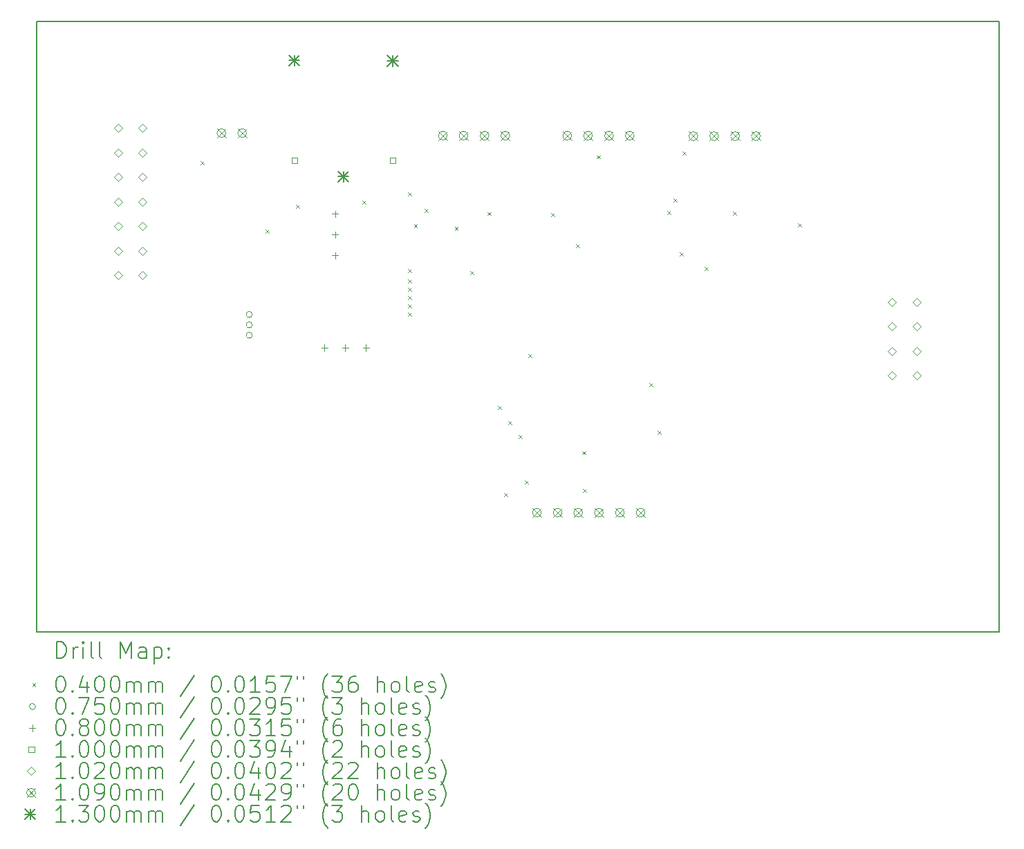
<source format=gbr>
%TF.GenerationSoftware,KiCad,Pcbnew,9.0.1*%
%TF.CreationDate,2025-06-09T14:32:22-07:00*%
%TF.ProjectId,chop-controller-heat-v2,63686f70-2d63-46f6-9e74-726f6c6c6572,rev?*%
%TF.SameCoordinates,Original*%
%TF.FileFunction,Drillmap*%
%TF.FilePolarity,Positive*%
%FSLAX45Y45*%
G04 Gerber Fmt 4.5, Leading zero omitted, Abs format (unit mm)*
G04 Created by KiCad (PCBNEW 9.0.1) date 2025-06-09 14:32:22*
%MOMM*%
%LPD*%
G01*
G04 APERTURE LIST*
%ADD10C,0.200000*%
%ADD11C,0.100000*%
%ADD12C,0.102000*%
%ADD13C,0.109000*%
%ADD14C,0.130000*%
G04 APERTURE END LIST*
D10*
X8502664Y-4891532D02*
X20288264Y-4891532D01*
X20288264Y-12369532D01*
X8502664Y-12369532D01*
X8502664Y-4891532D01*
D11*
X10514664Y-6608132D02*
X10554664Y-6648132D01*
X10554664Y-6608132D02*
X10514664Y-6648132D01*
X11307144Y-7446332D02*
X11347144Y-7486332D01*
X11347144Y-7446332D02*
X11307144Y-7486332D01*
X11683064Y-7141532D02*
X11723064Y-7181532D01*
X11723064Y-7141532D02*
X11683064Y-7181532D01*
X12495864Y-7090732D02*
X12535864Y-7130732D01*
X12535864Y-7090732D02*
X12495864Y-7130732D01*
X13054664Y-6989132D02*
X13094664Y-7029132D01*
X13094664Y-6989132D02*
X13054664Y-7029132D01*
X13054664Y-7928932D02*
X13094664Y-7968932D01*
X13094664Y-7928932D02*
X13054664Y-7968932D01*
X13054664Y-8055932D02*
X13094664Y-8095932D01*
X13094664Y-8055932D02*
X13054664Y-8095932D01*
X13054664Y-8155883D02*
X13094664Y-8195883D01*
X13094664Y-8155883D02*
X13054664Y-8195883D01*
X13054664Y-8259132D02*
X13094664Y-8299132D01*
X13094664Y-8259132D02*
X13054664Y-8299132D01*
X13054664Y-8360732D02*
X13094664Y-8400732D01*
X13094664Y-8360732D02*
X13054664Y-8400732D01*
X13054664Y-8462332D02*
X13094664Y-8502332D01*
X13094664Y-8462332D02*
X13054664Y-8502332D01*
X13125784Y-7375212D02*
X13165784Y-7415212D01*
X13165784Y-7375212D02*
X13125784Y-7415212D01*
X13257864Y-7192332D02*
X13297864Y-7232332D01*
X13297864Y-7192332D02*
X13257864Y-7232332D01*
X13626164Y-7408232D02*
X13666164Y-7448232D01*
X13666164Y-7408232D02*
X13626164Y-7448232D01*
X13816664Y-7954332D02*
X13856664Y-7994332D01*
X13856664Y-7954332D02*
X13816664Y-7994332D01*
X14030024Y-7227892D02*
X14070024Y-7267892D01*
X14070024Y-7227892D02*
X14030024Y-7267892D01*
X14154840Y-9602600D02*
X14194840Y-9642600D01*
X14194840Y-9602600D02*
X14154840Y-9642600D01*
X14231040Y-10669400D02*
X14271040Y-10709400D01*
X14271040Y-10669400D02*
X14231040Y-10709400D01*
X14281840Y-9786750D02*
X14321840Y-9826750D01*
X14321840Y-9786750D02*
X14281840Y-9826750D01*
X14408840Y-9958200D02*
X14448840Y-9998200D01*
X14448840Y-9958200D02*
X14408840Y-9998200D01*
X14485040Y-10517000D02*
X14525040Y-10557000D01*
X14525040Y-10517000D02*
X14485040Y-10557000D01*
X14525680Y-8967600D02*
X14565680Y-9007600D01*
X14565680Y-8967600D02*
X14525680Y-9007600D01*
X14807264Y-7243132D02*
X14847264Y-7283132D01*
X14847264Y-7243132D02*
X14807264Y-7283132D01*
X15112064Y-7624132D02*
X15152064Y-7664132D01*
X15152064Y-7624132D02*
X15112064Y-7664132D01*
X15186080Y-10156320D02*
X15226080Y-10196320D01*
X15226080Y-10156320D02*
X15186080Y-10196320D01*
X15196240Y-10618600D02*
X15236240Y-10658600D01*
X15236240Y-10618600D02*
X15196240Y-10658600D01*
X15366064Y-6533200D02*
X15406064Y-6573200D01*
X15406064Y-6533200D02*
X15366064Y-6573200D01*
X16009040Y-9323200D02*
X16049040Y-9363200D01*
X16049040Y-9323200D02*
X16009040Y-9363200D01*
X16110640Y-9907400D02*
X16150640Y-9947400D01*
X16150640Y-9907400D02*
X16110640Y-9947400D01*
X16229664Y-7217732D02*
X16269664Y-7257732D01*
X16269664Y-7217732D02*
X16229664Y-7257732D01*
X16305864Y-7065332D02*
X16345864Y-7105332D01*
X16345864Y-7065332D02*
X16305864Y-7105332D01*
X16382064Y-7725732D02*
X16422064Y-7765732D01*
X16422064Y-7725732D02*
X16382064Y-7765732D01*
X16412544Y-6486212D02*
X16452544Y-6526212D01*
X16452544Y-6486212D02*
X16412544Y-6526212D01*
X16686864Y-7903532D02*
X16726864Y-7943532D01*
X16726864Y-7903532D02*
X16686864Y-7943532D01*
X17032304Y-7222812D02*
X17072304Y-7262812D01*
X17072304Y-7222812D02*
X17032304Y-7262812D01*
X17829864Y-7370132D02*
X17869864Y-7410132D01*
X17869864Y-7370132D02*
X17829864Y-7410132D01*
X11145764Y-8482332D02*
G75*
G02*
X11070764Y-8482332I-37500J0D01*
G01*
X11070764Y-8482332D02*
G75*
G02*
X11145764Y-8482332I37500J0D01*
G01*
X11145764Y-8609332D02*
G75*
G02*
X11070764Y-8609332I-37500J0D01*
G01*
X11070764Y-8609332D02*
G75*
G02*
X11145764Y-8609332I37500J0D01*
G01*
X11145764Y-8736332D02*
G75*
G02*
X11070764Y-8736332I-37500J0D01*
G01*
X11070764Y-8736332D02*
G75*
G02*
X11145764Y-8736332I37500J0D01*
G01*
X12032264Y-8848732D02*
X12032264Y-8928732D01*
X11992264Y-8888732D02*
X12072264Y-8888732D01*
X12160264Y-7211432D02*
X12160264Y-7291432D01*
X12120264Y-7251432D02*
X12200264Y-7251432D01*
X12160264Y-7465432D02*
X12160264Y-7545432D01*
X12120264Y-7505432D02*
X12200264Y-7505432D01*
X12160264Y-7719432D02*
X12160264Y-7799432D01*
X12120264Y-7759432D02*
X12200264Y-7759432D01*
X12286264Y-8848732D02*
X12286264Y-8928732D01*
X12246264Y-8888732D02*
X12326264Y-8888732D01*
X12540264Y-8848732D02*
X12540264Y-8928732D01*
X12500264Y-8888732D02*
X12580264Y-8888732D01*
X11702219Y-6632688D02*
X11702219Y-6561977D01*
X11631508Y-6561977D01*
X11631508Y-6632688D01*
X11702219Y-6632688D01*
X12902219Y-6632688D02*
X12902219Y-6561977D01*
X12831508Y-6561977D01*
X12831508Y-6632688D01*
X12902219Y-6632688D01*
D12*
X9504680Y-6252280D02*
X9555680Y-6201280D01*
X9504680Y-6150280D01*
X9453680Y-6201280D01*
X9504680Y-6252280D01*
X9504680Y-6552280D02*
X9555680Y-6501280D01*
X9504680Y-6450280D01*
X9453680Y-6501280D01*
X9504680Y-6552280D01*
X9504680Y-6852280D02*
X9555680Y-6801280D01*
X9504680Y-6750280D01*
X9453680Y-6801280D01*
X9504680Y-6852280D01*
X9504680Y-7152280D02*
X9555680Y-7101280D01*
X9504680Y-7050280D01*
X9453680Y-7101280D01*
X9504680Y-7152280D01*
X9504680Y-7452280D02*
X9555680Y-7401280D01*
X9504680Y-7350280D01*
X9453680Y-7401280D01*
X9504680Y-7452280D01*
X9504680Y-7752280D02*
X9555680Y-7701280D01*
X9504680Y-7650280D01*
X9453680Y-7701280D01*
X9504680Y-7752280D01*
X9504680Y-8052280D02*
X9555680Y-8001280D01*
X9504680Y-7950280D01*
X9453680Y-8001280D01*
X9504680Y-8052280D01*
X9804680Y-6252280D02*
X9855680Y-6201280D01*
X9804680Y-6150280D01*
X9753680Y-6201280D01*
X9804680Y-6252280D01*
X9804680Y-6552280D02*
X9855680Y-6501280D01*
X9804680Y-6450280D01*
X9753680Y-6501280D01*
X9804680Y-6552280D01*
X9804680Y-6852280D02*
X9855680Y-6801280D01*
X9804680Y-6750280D01*
X9753680Y-6801280D01*
X9804680Y-6852280D01*
X9804680Y-7152280D02*
X9855680Y-7101280D01*
X9804680Y-7050280D01*
X9753680Y-7101280D01*
X9804680Y-7152280D01*
X9804680Y-7452280D02*
X9855680Y-7401280D01*
X9804680Y-7350280D01*
X9753680Y-7401280D01*
X9804680Y-7452280D01*
X9804680Y-7752280D02*
X9855680Y-7701280D01*
X9804680Y-7650280D01*
X9753680Y-7701280D01*
X9804680Y-7752280D01*
X9804680Y-8052280D02*
X9855680Y-8001280D01*
X9804680Y-7950280D01*
X9753680Y-8001280D01*
X9804680Y-8052280D01*
X18980400Y-8381000D02*
X19031400Y-8330000D01*
X18980400Y-8279000D01*
X18929400Y-8330000D01*
X18980400Y-8381000D01*
X18980400Y-8681000D02*
X19031400Y-8630000D01*
X18980400Y-8579000D01*
X18929400Y-8630000D01*
X18980400Y-8681000D01*
X18980400Y-8981000D02*
X19031400Y-8930000D01*
X18980400Y-8879000D01*
X18929400Y-8930000D01*
X18980400Y-8981000D01*
X18980400Y-9281000D02*
X19031400Y-9230000D01*
X18980400Y-9179000D01*
X18929400Y-9230000D01*
X18980400Y-9281000D01*
X19280400Y-8381000D02*
X19331400Y-8330000D01*
X19280400Y-8279000D01*
X19229400Y-8330000D01*
X19280400Y-8381000D01*
X19280400Y-8681000D02*
X19331400Y-8630000D01*
X19280400Y-8579000D01*
X19229400Y-8630000D01*
X19280400Y-8681000D01*
X19280400Y-8981000D02*
X19331400Y-8930000D01*
X19280400Y-8879000D01*
X19229400Y-8930000D01*
X19280400Y-8981000D01*
X19280400Y-9281000D02*
X19331400Y-9230000D01*
X19280400Y-9179000D01*
X19229400Y-9230000D01*
X19280400Y-9281000D01*
D13*
X10715064Y-6206432D02*
X10824064Y-6315432D01*
X10824064Y-6206432D02*
X10715064Y-6315432D01*
X10824064Y-6260932D02*
G75*
G02*
X10715064Y-6260932I-54500J0D01*
G01*
X10715064Y-6260932D02*
G75*
G02*
X10824064Y-6260932I54500J0D01*
G01*
X10969064Y-6206432D02*
X11078064Y-6315432D01*
X11078064Y-6206432D02*
X10969064Y-6315432D01*
X11078064Y-6260932D02*
G75*
G02*
X10969064Y-6260932I-54500J0D01*
G01*
X10969064Y-6260932D02*
G75*
G02*
X11078064Y-6260932I54500J0D01*
G01*
X13425264Y-6238832D02*
X13534264Y-6347832D01*
X13534264Y-6238832D02*
X13425264Y-6347832D01*
X13534264Y-6293332D02*
G75*
G02*
X13425264Y-6293332I-54500J0D01*
G01*
X13425264Y-6293332D02*
G75*
G02*
X13534264Y-6293332I54500J0D01*
G01*
X13679264Y-6238832D02*
X13788264Y-6347832D01*
X13788264Y-6238832D02*
X13679264Y-6347832D01*
X13788264Y-6293332D02*
G75*
G02*
X13679264Y-6293332I-54500J0D01*
G01*
X13679264Y-6293332D02*
G75*
G02*
X13788264Y-6293332I54500J0D01*
G01*
X13936264Y-6238832D02*
X14045264Y-6347832D01*
X14045264Y-6238832D02*
X13936264Y-6347832D01*
X14045264Y-6293332D02*
G75*
G02*
X13936264Y-6293332I-54500J0D01*
G01*
X13936264Y-6293332D02*
G75*
G02*
X14045264Y-6293332I54500J0D01*
G01*
X14190264Y-6238832D02*
X14299264Y-6347832D01*
X14299264Y-6238832D02*
X14190264Y-6347832D01*
X14299264Y-6293332D02*
G75*
G02*
X14190264Y-6293332I-54500J0D01*
G01*
X14190264Y-6293332D02*
G75*
G02*
X14299264Y-6293332I54500J0D01*
G01*
X14577540Y-10855400D02*
X14686540Y-10964400D01*
X14686540Y-10855400D02*
X14577540Y-10964400D01*
X14686540Y-10909900D02*
G75*
G02*
X14577540Y-10909900I-54500J0D01*
G01*
X14577540Y-10909900D02*
G75*
G02*
X14686540Y-10909900I54500J0D01*
G01*
X14831540Y-10855400D02*
X14940540Y-10964400D01*
X14940540Y-10855400D02*
X14831540Y-10964400D01*
X14940540Y-10909900D02*
G75*
G02*
X14831540Y-10909900I-54500J0D01*
G01*
X14831540Y-10909900D02*
G75*
G02*
X14940540Y-10909900I54500J0D01*
G01*
X14948864Y-6238832D02*
X15057864Y-6347832D01*
X15057864Y-6238832D02*
X14948864Y-6347832D01*
X15057864Y-6293332D02*
G75*
G02*
X14948864Y-6293332I-54500J0D01*
G01*
X14948864Y-6293332D02*
G75*
G02*
X15057864Y-6293332I54500J0D01*
G01*
X15082540Y-10855400D02*
X15191540Y-10964400D01*
X15191540Y-10855400D02*
X15082540Y-10964400D01*
X15191540Y-10909900D02*
G75*
G02*
X15082540Y-10909900I-54500J0D01*
G01*
X15082540Y-10909900D02*
G75*
G02*
X15191540Y-10909900I54500J0D01*
G01*
X15202864Y-6238832D02*
X15311864Y-6347832D01*
X15311864Y-6238832D02*
X15202864Y-6347832D01*
X15311864Y-6293332D02*
G75*
G02*
X15202864Y-6293332I-54500J0D01*
G01*
X15202864Y-6293332D02*
G75*
G02*
X15311864Y-6293332I54500J0D01*
G01*
X15336540Y-10855400D02*
X15445540Y-10964400D01*
X15445540Y-10855400D02*
X15336540Y-10964400D01*
X15445540Y-10909900D02*
G75*
G02*
X15336540Y-10909900I-54500J0D01*
G01*
X15336540Y-10909900D02*
G75*
G02*
X15445540Y-10909900I54500J0D01*
G01*
X15459864Y-6238832D02*
X15568864Y-6347832D01*
X15568864Y-6238832D02*
X15459864Y-6347832D01*
X15568864Y-6293332D02*
G75*
G02*
X15459864Y-6293332I-54500J0D01*
G01*
X15459864Y-6293332D02*
G75*
G02*
X15568864Y-6293332I54500J0D01*
G01*
X15593540Y-10855400D02*
X15702540Y-10964400D01*
X15702540Y-10855400D02*
X15593540Y-10964400D01*
X15702540Y-10909900D02*
G75*
G02*
X15593540Y-10909900I-54500J0D01*
G01*
X15593540Y-10909900D02*
G75*
G02*
X15702540Y-10909900I54500J0D01*
G01*
X15713864Y-6238832D02*
X15822864Y-6347832D01*
X15822864Y-6238832D02*
X15713864Y-6347832D01*
X15822864Y-6293332D02*
G75*
G02*
X15713864Y-6293332I-54500J0D01*
G01*
X15713864Y-6293332D02*
G75*
G02*
X15822864Y-6293332I54500J0D01*
G01*
X15847540Y-10855400D02*
X15956540Y-10964400D01*
X15956540Y-10855400D02*
X15847540Y-10964400D01*
X15956540Y-10909900D02*
G75*
G02*
X15847540Y-10909900I-54500J0D01*
G01*
X15847540Y-10909900D02*
G75*
G02*
X15956540Y-10909900I54500J0D01*
G01*
X16493589Y-6243907D02*
X16602589Y-6352907D01*
X16602589Y-6243907D02*
X16493589Y-6352907D01*
X16602589Y-6298407D02*
G75*
G02*
X16493589Y-6298407I-54500J0D01*
G01*
X16493589Y-6298407D02*
G75*
G02*
X16602589Y-6298407I54500J0D01*
G01*
X16747589Y-6243907D02*
X16856589Y-6352907D01*
X16856589Y-6243907D02*
X16747589Y-6352907D01*
X16856589Y-6298407D02*
G75*
G02*
X16747589Y-6298407I-54500J0D01*
G01*
X16747589Y-6298407D02*
G75*
G02*
X16856589Y-6298407I54500J0D01*
G01*
X17004589Y-6243907D02*
X17113589Y-6352907D01*
X17113589Y-6243907D02*
X17004589Y-6352907D01*
X17113589Y-6298407D02*
G75*
G02*
X17004589Y-6298407I-54500J0D01*
G01*
X17004589Y-6298407D02*
G75*
G02*
X17113589Y-6298407I54500J0D01*
G01*
X17258589Y-6243907D02*
X17367589Y-6352907D01*
X17367589Y-6243907D02*
X17258589Y-6352907D01*
X17367589Y-6298407D02*
G75*
G02*
X17258589Y-6298407I-54500J0D01*
G01*
X17258589Y-6298407D02*
G75*
G02*
X17367589Y-6298407I54500J0D01*
G01*
D14*
X11596864Y-5307332D02*
X11726864Y-5437332D01*
X11726864Y-5307332D02*
X11596864Y-5437332D01*
X11661864Y-5307332D02*
X11661864Y-5437332D01*
X11596864Y-5372332D02*
X11726864Y-5372332D01*
X12196864Y-6727332D02*
X12326864Y-6857332D01*
X12326864Y-6727332D02*
X12196864Y-6857332D01*
X12261864Y-6727332D02*
X12261864Y-6857332D01*
X12196864Y-6792332D02*
X12326864Y-6792332D01*
X12801864Y-5312332D02*
X12931864Y-5442332D01*
X12931864Y-5312332D02*
X12801864Y-5442332D01*
X12866864Y-5312332D02*
X12866864Y-5442332D01*
X12801864Y-5377332D02*
X12931864Y-5377332D01*
D10*
X8753441Y-12691016D02*
X8753441Y-12491016D01*
X8753441Y-12491016D02*
X8801060Y-12491016D01*
X8801060Y-12491016D02*
X8829631Y-12500540D01*
X8829631Y-12500540D02*
X8848679Y-12519587D01*
X8848679Y-12519587D02*
X8858203Y-12538635D01*
X8858203Y-12538635D02*
X8867726Y-12576730D01*
X8867726Y-12576730D02*
X8867726Y-12605302D01*
X8867726Y-12605302D02*
X8858203Y-12643397D01*
X8858203Y-12643397D02*
X8848679Y-12662444D01*
X8848679Y-12662444D02*
X8829631Y-12681492D01*
X8829631Y-12681492D02*
X8801060Y-12691016D01*
X8801060Y-12691016D02*
X8753441Y-12691016D01*
X8953441Y-12691016D02*
X8953441Y-12557683D01*
X8953441Y-12595778D02*
X8962964Y-12576730D01*
X8962964Y-12576730D02*
X8972488Y-12567206D01*
X8972488Y-12567206D02*
X8991536Y-12557683D01*
X8991536Y-12557683D02*
X9010584Y-12557683D01*
X9077250Y-12691016D02*
X9077250Y-12557683D01*
X9077250Y-12491016D02*
X9067726Y-12500540D01*
X9067726Y-12500540D02*
X9077250Y-12510064D01*
X9077250Y-12510064D02*
X9086774Y-12500540D01*
X9086774Y-12500540D02*
X9077250Y-12491016D01*
X9077250Y-12491016D02*
X9077250Y-12510064D01*
X9201060Y-12691016D02*
X9182012Y-12681492D01*
X9182012Y-12681492D02*
X9172488Y-12662444D01*
X9172488Y-12662444D02*
X9172488Y-12491016D01*
X9305822Y-12691016D02*
X9286774Y-12681492D01*
X9286774Y-12681492D02*
X9277250Y-12662444D01*
X9277250Y-12662444D02*
X9277250Y-12491016D01*
X9534393Y-12691016D02*
X9534393Y-12491016D01*
X9534393Y-12491016D02*
X9601060Y-12633873D01*
X9601060Y-12633873D02*
X9667726Y-12491016D01*
X9667726Y-12491016D02*
X9667726Y-12691016D01*
X9848679Y-12691016D02*
X9848679Y-12586254D01*
X9848679Y-12586254D02*
X9839155Y-12567206D01*
X9839155Y-12567206D02*
X9820107Y-12557683D01*
X9820107Y-12557683D02*
X9782012Y-12557683D01*
X9782012Y-12557683D02*
X9762964Y-12567206D01*
X9848679Y-12681492D02*
X9829631Y-12691016D01*
X9829631Y-12691016D02*
X9782012Y-12691016D01*
X9782012Y-12691016D02*
X9762964Y-12681492D01*
X9762964Y-12681492D02*
X9753441Y-12662444D01*
X9753441Y-12662444D02*
X9753441Y-12643397D01*
X9753441Y-12643397D02*
X9762964Y-12624349D01*
X9762964Y-12624349D02*
X9782012Y-12614825D01*
X9782012Y-12614825D02*
X9829631Y-12614825D01*
X9829631Y-12614825D02*
X9848679Y-12605302D01*
X9943917Y-12557683D02*
X9943917Y-12757683D01*
X9943917Y-12567206D02*
X9962964Y-12557683D01*
X9962964Y-12557683D02*
X10001060Y-12557683D01*
X10001060Y-12557683D02*
X10020107Y-12567206D01*
X10020107Y-12567206D02*
X10029631Y-12576730D01*
X10029631Y-12576730D02*
X10039155Y-12595778D01*
X10039155Y-12595778D02*
X10039155Y-12652921D01*
X10039155Y-12652921D02*
X10029631Y-12671968D01*
X10029631Y-12671968D02*
X10020107Y-12681492D01*
X10020107Y-12681492D02*
X10001060Y-12691016D01*
X10001060Y-12691016D02*
X9962964Y-12691016D01*
X9962964Y-12691016D02*
X9943917Y-12681492D01*
X10124869Y-12671968D02*
X10134393Y-12681492D01*
X10134393Y-12681492D02*
X10124869Y-12691016D01*
X10124869Y-12691016D02*
X10115345Y-12681492D01*
X10115345Y-12681492D02*
X10124869Y-12671968D01*
X10124869Y-12671968D02*
X10124869Y-12691016D01*
X10124869Y-12567206D02*
X10134393Y-12576730D01*
X10134393Y-12576730D02*
X10124869Y-12586254D01*
X10124869Y-12586254D02*
X10115345Y-12576730D01*
X10115345Y-12576730D02*
X10124869Y-12567206D01*
X10124869Y-12567206D02*
X10124869Y-12586254D01*
D11*
X8452664Y-12999532D02*
X8492664Y-13039532D01*
X8492664Y-12999532D02*
X8452664Y-13039532D01*
D10*
X8791536Y-12911016D02*
X8810584Y-12911016D01*
X8810584Y-12911016D02*
X8829631Y-12920540D01*
X8829631Y-12920540D02*
X8839155Y-12930064D01*
X8839155Y-12930064D02*
X8848679Y-12949111D01*
X8848679Y-12949111D02*
X8858203Y-12987206D01*
X8858203Y-12987206D02*
X8858203Y-13034825D01*
X8858203Y-13034825D02*
X8848679Y-13072921D01*
X8848679Y-13072921D02*
X8839155Y-13091968D01*
X8839155Y-13091968D02*
X8829631Y-13101492D01*
X8829631Y-13101492D02*
X8810584Y-13111016D01*
X8810584Y-13111016D02*
X8791536Y-13111016D01*
X8791536Y-13111016D02*
X8772488Y-13101492D01*
X8772488Y-13101492D02*
X8762964Y-13091968D01*
X8762964Y-13091968D02*
X8753441Y-13072921D01*
X8753441Y-13072921D02*
X8743917Y-13034825D01*
X8743917Y-13034825D02*
X8743917Y-12987206D01*
X8743917Y-12987206D02*
X8753441Y-12949111D01*
X8753441Y-12949111D02*
X8762964Y-12930064D01*
X8762964Y-12930064D02*
X8772488Y-12920540D01*
X8772488Y-12920540D02*
X8791536Y-12911016D01*
X8943917Y-13091968D02*
X8953441Y-13101492D01*
X8953441Y-13101492D02*
X8943917Y-13111016D01*
X8943917Y-13111016D02*
X8934393Y-13101492D01*
X8934393Y-13101492D02*
X8943917Y-13091968D01*
X8943917Y-13091968D02*
X8943917Y-13111016D01*
X9124869Y-12977683D02*
X9124869Y-13111016D01*
X9077250Y-12901492D02*
X9029631Y-13044349D01*
X9029631Y-13044349D02*
X9153441Y-13044349D01*
X9267726Y-12911016D02*
X9286774Y-12911016D01*
X9286774Y-12911016D02*
X9305822Y-12920540D01*
X9305822Y-12920540D02*
X9315345Y-12930064D01*
X9315345Y-12930064D02*
X9324869Y-12949111D01*
X9324869Y-12949111D02*
X9334393Y-12987206D01*
X9334393Y-12987206D02*
X9334393Y-13034825D01*
X9334393Y-13034825D02*
X9324869Y-13072921D01*
X9324869Y-13072921D02*
X9315345Y-13091968D01*
X9315345Y-13091968D02*
X9305822Y-13101492D01*
X9305822Y-13101492D02*
X9286774Y-13111016D01*
X9286774Y-13111016D02*
X9267726Y-13111016D01*
X9267726Y-13111016D02*
X9248679Y-13101492D01*
X9248679Y-13101492D02*
X9239155Y-13091968D01*
X9239155Y-13091968D02*
X9229631Y-13072921D01*
X9229631Y-13072921D02*
X9220107Y-13034825D01*
X9220107Y-13034825D02*
X9220107Y-12987206D01*
X9220107Y-12987206D02*
X9229631Y-12949111D01*
X9229631Y-12949111D02*
X9239155Y-12930064D01*
X9239155Y-12930064D02*
X9248679Y-12920540D01*
X9248679Y-12920540D02*
X9267726Y-12911016D01*
X9458203Y-12911016D02*
X9477250Y-12911016D01*
X9477250Y-12911016D02*
X9496298Y-12920540D01*
X9496298Y-12920540D02*
X9505822Y-12930064D01*
X9505822Y-12930064D02*
X9515345Y-12949111D01*
X9515345Y-12949111D02*
X9524869Y-12987206D01*
X9524869Y-12987206D02*
X9524869Y-13034825D01*
X9524869Y-13034825D02*
X9515345Y-13072921D01*
X9515345Y-13072921D02*
X9505822Y-13091968D01*
X9505822Y-13091968D02*
X9496298Y-13101492D01*
X9496298Y-13101492D02*
X9477250Y-13111016D01*
X9477250Y-13111016D02*
X9458203Y-13111016D01*
X9458203Y-13111016D02*
X9439155Y-13101492D01*
X9439155Y-13101492D02*
X9429631Y-13091968D01*
X9429631Y-13091968D02*
X9420107Y-13072921D01*
X9420107Y-13072921D02*
X9410584Y-13034825D01*
X9410584Y-13034825D02*
X9410584Y-12987206D01*
X9410584Y-12987206D02*
X9420107Y-12949111D01*
X9420107Y-12949111D02*
X9429631Y-12930064D01*
X9429631Y-12930064D02*
X9439155Y-12920540D01*
X9439155Y-12920540D02*
X9458203Y-12911016D01*
X9610584Y-13111016D02*
X9610584Y-12977683D01*
X9610584Y-12996730D02*
X9620107Y-12987206D01*
X9620107Y-12987206D02*
X9639155Y-12977683D01*
X9639155Y-12977683D02*
X9667726Y-12977683D01*
X9667726Y-12977683D02*
X9686774Y-12987206D01*
X9686774Y-12987206D02*
X9696298Y-13006254D01*
X9696298Y-13006254D02*
X9696298Y-13111016D01*
X9696298Y-13006254D02*
X9705822Y-12987206D01*
X9705822Y-12987206D02*
X9724869Y-12977683D01*
X9724869Y-12977683D02*
X9753441Y-12977683D01*
X9753441Y-12977683D02*
X9772488Y-12987206D01*
X9772488Y-12987206D02*
X9782012Y-13006254D01*
X9782012Y-13006254D02*
X9782012Y-13111016D01*
X9877250Y-13111016D02*
X9877250Y-12977683D01*
X9877250Y-12996730D02*
X9886774Y-12987206D01*
X9886774Y-12987206D02*
X9905822Y-12977683D01*
X9905822Y-12977683D02*
X9934393Y-12977683D01*
X9934393Y-12977683D02*
X9953441Y-12987206D01*
X9953441Y-12987206D02*
X9962965Y-13006254D01*
X9962965Y-13006254D02*
X9962965Y-13111016D01*
X9962965Y-13006254D02*
X9972488Y-12987206D01*
X9972488Y-12987206D02*
X9991536Y-12977683D01*
X9991536Y-12977683D02*
X10020107Y-12977683D01*
X10020107Y-12977683D02*
X10039155Y-12987206D01*
X10039155Y-12987206D02*
X10048679Y-13006254D01*
X10048679Y-13006254D02*
X10048679Y-13111016D01*
X10439155Y-12901492D02*
X10267727Y-13158635D01*
X10696298Y-12911016D02*
X10715346Y-12911016D01*
X10715346Y-12911016D02*
X10734393Y-12920540D01*
X10734393Y-12920540D02*
X10743917Y-12930064D01*
X10743917Y-12930064D02*
X10753441Y-12949111D01*
X10753441Y-12949111D02*
X10762965Y-12987206D01*
X10762965Y-12987206D02*
X10762965Y-13034825D01*
X10762965Y-13034825D02*
X10753441Y-13072921D01*
X10753441Y-13072921D02*
X10743917Y-13091968D01*
X10743917Y-13091968D02*
X10734393Y-13101492D01*
X10734393Y-13101492D02*
X10715346Y-13111016D01*
X10715346Y-13111016D02*
X10696298Y-13111016D01*
X10696298Y-13111016D02*
X10677250Y-13101492D01*
X10677250Y-13101492D02*
X10667727Y-13091968D01*
X10667727Y-13091968D02*
X10658203Y-13072921D01*
X10658203Y-13072921D02*
X10648679Y-13034825D01*
X10648679Y-13034825D02*
X10648679Y-12987206D01*
X10648679Y-12987206D02*
X10658203Y-12949111D01*
X10658203Y-12949111D02*
X10667727Y-12930064D01*
X10667727Y-12930064D02*
X10677250Y-12920540D01*
X10677250Y-12920540D02*
X10696298Y-12911016D01*
X10848679Y-13091968D02*
X10858203Y-13101492D01*
X10858203Y-13101492D02*
X10848679Y-13111016D01*
X10848679Y-13111016D02*
X10839155Y-13101492D01*
X10839155Y-13101492D02*
X10848679Y-13091968D01*
X10848679Y-13091968D02*
X10848679Y-13111016D01*
X10982012Y-12911016D02*
X11001060Y-12911016D01*
X11001060Y-12911016D02*
X11020108Y-12920540D01*
X11020108Y-12920540D02*
X11029631Y-12930064D01*
X11029631Y-12930064D02*
X11039155Y-12949111D01*
X11039155Y-12949111D02*
X11048679Y-12987206D01*
X11048679Y-12987206D02*
X11048679Y-13034825D01*
X11048679Y-13034825D02*
X11039155Y-13072921D01*
X11039155Y-13072921D02*
X11029631Y-13091968D01*
X11029631Y-13091968D02*
X11020108Y-13101492D01*
X11020108Y-13101492D02*
X11001060Y-13111016D01*
X11001060Y-13111016D02*
X10982012Y-13111016D01*
X10982012Y-13111016D02*
X10962965Y-13101492D01*
X10962965Y-13101492D02*
X10953441Y-13091968D01*
X10953441Y-13091968D02*
X10943917Y-13072921D01*
X10943917Y-13072921D02*
X10934393Y-13034825D01*
X10934393Y-13034825D02*
X10934393Y-12987206D01*
X10934393Y-12987206D02*
X10943917Y-12949111D01*
X10943917Y-12949111D02*
X10953441Y-12930064D01*
X10953441Y-12930064D02*
X10962965Y-12920540D01*
X10962965Y-12920540D02*
X10982012Y-12911016D01*
X11239155Y-13111016D02*
X11124869Y-13111016D01*
X11182012Y-13111016D02*
X11182012Y-12911016D01*
X11182012Y-12911016D02*
X11162965Y-12939587D01*
X11162965Y-12939587D02*
X11143917Y-12958635D01*
X11143917Y-12958635D02*
X11124869Y-12968159D01*
X11420107Y-12911016D02*
X11324869Y-12911016D01*
X11324869Y-12911016D02*
X11315346Y-13006254D01*
X11315346Y-13006254D02*
X11324869Y-12996730D01*
X11324869Y-12996730D02*
X11343917Y-12987206D01*
X11343917Y-12987206D02*
X11391536Y-12987206D01*
X11391536Y-12987206D02*
X11410584Y-12996730D01*
X11410584Y-12996730D02*
X11420107Y-13006254D01*
X11420107Y-13006254D02*
X11429631Y-13025302D01*
X11429631Y-13025302D02*
X11429631Y-13072921D01*
X11429631Y-13072921D02*
X11420107Y-13091968D01*
X11420107Y-13091968D02*
X11410584Y-13101492D01*
X11410584Y-13101492D02*
X11391536Y-13111016D01*
X11391536Y-13111016D02*
X11343917Y-13111016D01*
X11343917Y-13111016D02*
X11324869Y-13101492D01*
X11324869Y-13101492D02*
X11315346Y-13091968D01*
X11496298Y-12911016D02*
X11629631Y-12911016D01*
X11629631Y-12911016D02*
X11543917Y-13111016D01*
X11696298Y-12911016D02*
X11696298Y-12949111D01*
X11772488Y-12911016D02*
X11772488Y-12949111D01*
X12067727Y-13187206D02*
X12058203Y-13177683D01*
X12058203Y-13177683D02*
X12039155Y-13149111D01*
X12039155Y-13149111D02*
X12029631Y-13130064D01*
X12029631Y-13130064D02*
X12020108Y-13101492D01*
X12020108Y-13101492D02*
X12010584Y-13053873D01*
X12010584Y-13053873D02*
X12010584Y-13015778D01*
X12010584Y-13015778D02*
X12020108Y-12968159D01*
X12020108Y-12968159D02*
X12029631Y-12939587D01*
X12029631Y-12939587D02*
X12039155Y-12920540D01*
X12039155Y-12920540D02*
X12058203Y-12891968D01*
X12058203Y-12891968D02*
X12067727Y-12882444D01*
X12124869Y-12911016D02*
X12248679Y-12911016D01*
X12248679Y-12911016D02*
X12182012Y-12987206D01*
X12182012Y-12987206D02*
X12210584Y-12987206D01*
X12210584Y-12987206D02*
X12229631Y-12996730D01*
X12229631Y-12996730D02*
X12239155Y-13006254D01*
X12239155Y-13006254D02*
X12248679Y-13025302D01*
X12248679Y-13025302D02*
X12248679Y-13072921D01*
X12248679Y-13072921D02*
X12239155Y-13091968D01*
X12239155Y-13091968D02*
X12229631Y-13101492D01*
X12229631Y-13101492D02*
X12210584Y-13111016D01*
X12210584Y-13111016D02*
X12153441Y-13111016D01*
X12153441Y-13111016D02*
X12134393Y-13101492D01*
X12134393Y-13101492D02*
X12124869Y-13091968D01*
X12420108Y-12911016D02*
X12382012Y-12911016D01*
X12382012Y-12911016D02*
X12362965Y-12920540D01*
X12362965Y-12920540D02*
X12353441Y-12930064D01*
X12353441Y-12930064D02*
X12334393Y-12958635D01*
X12334393Y-12958635D02*
X12324869Y-12996730D01*
X12324869Y-12996730D02*
X12324869Y-13072921D01*
X12324869Y-13072921D02*
X12334393Y-13091968D01*
X12334393Y-13091968D02*
X12343917Y-13101492D01*
X12343917Y-13101492D02*
X12362965Y-13111016D01*
X12362965Y-13111016D02*
X12401060Y-13111016D01*
X12401060Y-13111016D02*
X12420108Y-13101492D01*
X12420108Y-13101492D02*
X12429631Y-13091968D01*
X12429631Y-13091968D02*
X12439155Y-13072921D01*
X12439155Y-13072921D02*
X12439155Y-13025302D01*
X12439155Y-13025302D02*
X12429631Y-13006254D01*
X12429631Y-13006254D02*
X12420108Y-12996730D01*
X12420108Y-12996730D02*
X12401060Y-12987206D01*
X12401060Y-12987206D02*
X12362965Y-12987206D01*
X12362965Y-12987206D02*
X12343917Y-12996730D01*
X12343917Y-12996730D02*
X12334393Y-13006254D01*
X12334393Y-13006254D02*
X12324869Y-13025302D01*
X12677250Y-13111016D02*
X12677250Y-12911016D01*
X12762965Y-13111016D02*
X12762965Y-13006254D01*
X12762965Y-13006254D02*
X12753441Y-12987206D01*
X12753441Y-12987206D02*
X12734393Y-12977683D01*
X12734393Y-12977683D02*
X12705822Y-12977683D01*
X12705822Y-12977683D02*
X12686774Y-12987206D01*
X12686774Y-12987206D02*
X12677250Y-12996730D01*
X12886774Y-13111016D02*
X12867727Y-13101492D01*
X12867727Y-13101492D02*
X12858203Y-13091968D01*
X12858203Y-13091968D02*
X12848679Y-13072921D01*
X12848679Y-13072921D02*
X12848679Y-13015778D01*
X12848679Y-13015778D02*
X12858203Y-12996730D01*
X12858203Y-12996730D02*
X12867727Y-12987206D01*
X12867727Y-12987206D02*
X12886774Y-12977683D01*
X12886774Y-12977683D02*
X12915346Y-12977683D01*
X12915346Y-12977683D02*
X12934393Y-12987206D01*
X12934393Y-12987206D02*
X12943917Y-12996730D01*
X12943917Y-12996730D02*
X12953441Y-13015778D01*
X12953441Y-13015778D02*
X12953441Y-13072921D01*
X12953441Y-13072921D02*
X12943917Y-13091968D01*
X12943917Y-13091968D02*
X12934393Y-13101492D01*
X12934393Y-13101492D02*
X12915346Y-13111016D01*
X12915346Y-13111016D02*
X12886774Y-13111016D01*
X13067727Y-13111016D02*
X13048679Y-13101492D01*
X13048679Y-13101492D02*
X13039155Y-13082444D01*
X13039155Y-13082444D02*
X13039155Y-12911016D01*
X13220108Y-13101492D02*
X13201060Y-13111016D01*
X13201060Y-13111016D02*
X13162965Y-13111016D01*
X13162965Y-13111016D02*
X13143917Y-13101492D01*
X13143917Y-13101492D02*
X13134393Y-13082444D01*
X13134393Y-13082444D02*
X13134393Y-13006254D01*
X13134393Y-13006254D02*
X13143917Y-12987206D01*
X13143917Y-12987206D02*
X13162965Y-12977683D01*
X13162965Y-12977683D02*
X13201060Y-12977683D01*
X13201060Y-12977683D02*
X13220108Y-12987206D01*
X13220108Y-12987206D02*
X13229631Y-13006254D01*
X13229631Y-13006254D02*
X13229631Y-13025302D01*
X13229631Y-13025302D02*
X13134393Y-13044349D01*
X13305822Y-13101492D02*
X13324870Y-13111016D01*
X13324870Y-13111016D02*
X13362965Y-13111016D01*
X13362965Y-13111016D02*
X13382012Y-13101492D01*
X13382012Y-13101492D02*
X13391536Y-13082444D01*
X13391536Y-13082444D02*
X13391536Y-13072921D01*
X13391536Y-13072921D02*
X13382012Y-13053873D01*
X13382012Y-13053873D02*
X13362965Y-13044349D01*
X13362965Y-13044349D02*
X13334393Y-13044349D01*
X13334393Y-13044349D02*
X13315346Y-13034825D01*
X13315346Y-13034825D02*
X13305822Y-13015778D01*
X13305822Y-13015778D02*
X13305822Y-13006254D01*
X13305822Y-13006254D02*
X13315346Y-12987206D01*
X13315346Y-12987206D02*
X13334393Y-12977683D01*
X13334393Y-12977683D02*
X13362965Y-12977683D01*
X13362965Y-12977683D02*
X13382012Y-12987206D01*
X13458203Y-13187206D02*
X13467727Y-13177683D01*
X13467727Y-13177683D02*
X13486774Y-13149111D01*
X13486774Y-13149111D02*
X13496298Y-13130064D01*
X13496298Y-13130064D02*
X13505822Y-13101492D01*
X13505822Y-13101492D02*
X13515346Y-13053873D01*
X13515346Y-13053873D02*
X13515346Y-13015778D01*
X13515346Y-13015778D02*
X13505822Y-12968159D01*
X13505822Y-12968159D02*
X13496298Y-12939587D01*
X13496298Y-12939587D02*
X13486774Y-12920540D01*
X13486774Y-12920540D02*
X13467727Y-12891968D01*
X13467727Y-12891968D02*
X13458203Y-12882444D01*
D11*
X8492664Y-13283532D02*
G75*
G02*
X8417664Y-13283532I-37500J0D01*
G01*
X8417664Y-13283532D02*
G75*
G02*
X8492664Y-13283532I37500J0D01*
G01*
D10*
X8791536Y-13175016D02*
X8810584Y-13175016D01*
X8810584Y-13175016D02*
X8829631Y-13184540D01*
X8829631Y-13184540D02*
X8839155Y-13194064D01*
X8839155Y-13194064D02*
X8848679Y-13213111D01*
X8848679Y-13213111D02*
X8858203Y-13251206D01*
X8858203Y-13251206D02*
X8858203Y-13298825D01*
X8858203Y-13298825D02*
X8848679Y-13336921D01*
X8848679Y-13336921D02*
X8839155Y-13355968D01*
X8839155Y-13355968D02*
X8829631Y-13365492D01*
X8829631Y-13365492D02*
X8810584Y-13375016D01*
X8810584Y-13375016D02*
X8791536Y-13375016D01*
X8791536Y-13375016D02*
X8772488Y-13365492D01*
X8772488Y-13365492D02*
X8762964Y-13355968D01*
X8762964Y-13355968D02*
X8753441Y-13336921D01*
X8753441Y-13336921D02*
X8743917Y-13298825D01*
X8743917Y-13298825D02*
X8743917Y-13251206D01*
X8743917Y-13251206D02*
X8753441Y-13213111D01*
X8753441Y-13213111D02*
X8762964Y-13194064D01*
X8762964Y-13194064D02*
X8772488Y-13184540D01*
X8772488Y-13184540D02*
X8791536Y-13175016D01*
X8943917Y-13355968D02*
X8953441Y-13365492D01*
X8953441Y-13365492D02*
X8943917Y-13375016D01*
X8943917Y-13375016D02*
X8934393Y-13365492D01*
X8934393Y-13365492D02*
X8943917Y-13355968D01*
X8943917Y-13355968D02*
X8943917Y-13375016D01*
X9020107Y-13175016D02*
X9153441Y-13175016D01*
X9153441Y-13175016D02*
X9067726Y-13375016D01*
X9324869Y-13175016D02*
X9229631Y-13175016D01*
X9229631Y-13175016D02*
X9220107Y-13270254D01*
X9220107Y-13270254D02*
X9229631Y-13260730D01*
X9229631Y-13260730D02*
X9248679Y-13251206D01*
X9248679Y-13251206D02*
X9296298Y-13251206D01*
X9296298Y-13251206D02*
X9315345Y-13260730D01*
X9315345Y-13260730D02*
X9324869Y-13270254D01*
X9324869Y-13270254D02*
X9334393Y-13289302D01*
X9334393Y-13289302D02*
X9334393Y-13336921D01*
X9334393Y-13336921D02*
X9324869Y-13355968D01*
X9324869Y-13355968D02*
X9315345Y-13365492D01*
X9315345Y-13365492D02*
X9296298Y-13375016D01*
X9296298Y-13375016D02*
X9248679Y-13375016D01*
X9248679Y-13375016D02*
X9229631Y-13365492D01*
X9229631Y-13365492D02*
X9220107Y-13355968D01*
X9458203Y-13175016D02*
X9477250Y-13175016D01*
X9477250Y-13175016D02*
X9496298Y-13184540D01*
X9496298Y-13184540D02*
X9505822Y-13194064D01*
X9505822Y-13194064D02*
X9515345Y-13213111D01*
X9515345Y-13213111D02*
X9524869Y-13251206D01*
X9524869Y-13251206D02*
X9524869Y-13298825D01*
X9524869Y-13298825D02*
X9515345Y-13336921D01*
X9515345Y-13336921D02*
X9505822Y-13355968D01*
X9505822Y-13355968D02*
X9496298Y-13365492D01*
X9496298Y-13365492D02*
X9477250Y-13375016D01*
X9477250Y-13375016D02*
X9458203Y-13375016D01*
X9458203Y-13375016D02*
X9439155Y-13365492D01*
X9439155Y-13365492D02*
X9429631Y-13355968D01*
X9429631Y-13355968D02*
X9420107Y-13336921D01*
X9420107Y-13336921D02*
X9410584Y-13298825D01*
X9410584Y-13298825D02*
X9410584Y-13251206D01*
X9410584Y-13251206D02*
X9420107Y-13213111D01*
X9420107Y-13213111D02*
X9429631Y-13194064D01*
X9429631Y-13194064D02*
X9439155Y-13184540D01*
X9439155Y-13184540D02*
X9458203Y-13175016D01*
X9610584Y-13375016D02*
X9610584Y-13241683D01*
X9610584Y-13260730D02*
X9620107Y-13251206D01*
X9620107Y-13251206D02*
X9639155Y-13241683D01*
X9639155Y-13241683D02*
X9667726Y-13241683D01*
X9667726Y-13241683D02*
X9686774Y-13251206D01*
X9686774Y-13251206D02*
X9696298Y-13270254D01*
X9696298Y-13270254D02*
X9696298Y-13375016D01*
X9696298Y-13270254D02*
X9705822Y-13251206D01*
X9705822Y-13251206D02*
X9724869Y-13241683D01*
X9724869Y-13241683D02*
X9753441Y-13241683D01*
X9753441Y-13241683D02*
X9772488Y-13251206D01*
X9772488Y-13251206D02*
X9782012Y-13270254D01*
X9782012Y-13270254D02*
X9782012Y-13375016D01*
X9877250Y-13375016D02*
X9877250Y-13241683D01*
X9877250Y-13260730D02*
X9886774Y-13251206D01*
X9886774Y-13251206D02*
X9905822Y-13241683D01*
X9905822Y-13241683D02*
X9934393Y-13241683D01*
X9934393Y-13241683D02*
X9953441Y-13251206D01*
X9953441Y-13251206D02*
X9962965Y-13270254D01*
X9962965Y-13270254D02*
X9962965Y-13375016D01*
X9962965Y-13270254D02*
X9972488Y-13251206D01*
X9972488Y-13251206D02*
X9991536Y-13241683D01*
X9991536Y-13241683D02*
X10020107Y-13241683D01*
X10020107Y-13241683D02*
X10039155Y-13251206D01*
X10039155Y-13251206D02*
X10048679Y-13270254D01*
X10048679Y-13270254D02*
X10048679Y-13375016D01*
X10439155Y-13165492D02*
X10267727Y-13422635D01*
X10696298Y-13175016D02*
X10715346Y-13175016D01*
X10715346Y-13175016D02*
X10734393Y-13184540D01*
X10734393Y-13184540D02*
X10743917Y-13194064D01*
X10743917Y-13194064D02*
X10753441Y-13213111D01*
X10753441Y-13213111D02*
X10762965Y-13251206D01*
X10762965Y-13251206D02*
X10762965Y-13298825D01*
X10762965Y-13298825D02*
X10753441Y-13336921D01*
X10753441Y-13336921D02*
X10743917Y-13355968D01*
X10743917Y-13355968D02*
X10734393Y-13365492D01*
X10734393Y-13365492D02*
X10715346Y-13375016D01*
X10715346Y-13375016D02*
X10696298Y-13375016D01*
X10696298Y-13375016D02*
X10677250Y-13365492D01*
X10677250Y-13365492D02*
X10667727Y-13355968D01*
X10667727Y-13355968D02*
X10658203Y-13336921D01*
X10658203Y-13336921D02*
X10648679Y-13298825D01*
X10648679Y-13298825D02*
X10648679Y-13251206D01*
X10648679Y-13251206D02*
X10658203Y-13213111D01*
X10658203Y-13213111D02*
X10667727Y-13194064D01*
X10667727Y-13194064D02*
X10677250Y-13184540D01*
X10677250Y-13184540D02*
X10696298Y-13175016D01*
X10848679Y-13355968D02*
X10858203Y-13365492D01*
X10858203Y-13365492D02*
X10848679Y-13375016D01*
X10848679Y-13375016D02*
X10839155Y-13365492D01*
X10839155Y-13365492D02*
X10848679Y-13355968D01*
X10848679Y-13355968D02*
X10848679Y-13375016D01*
X10982012Y-13175016D02*
X11001060Y-13175016D01*
X11001060Y-13175016D02*
X11020108Y-13184540D01*
X11020108Y-13184540D02*
X11029631Y-13194064D01*
X11029631Y-13194064D02*
X11039155Y-13213111D01*
X11039155Y-13213111D02*
X11048679Y-13251206D01*
X11048679Y-13251206D02*
X11048679Y-13298825D01*
X11048679Y-13298825D02*
X11039155Y-13336921D01*
X11039155Y-13336921D02*
X11029631Y-13355968D01*
X11029631Y-13355968D02*
X11020108Y-13365492D01*
X11020108Y-13365492D02*
X11001060Y-13375016D01*
X11001060Y-13375016D02*
X10982012Y-13375016D01*
X10982012Y-13375016D02*
X10962965Y-13365492D01*
X10962965Y-13365492D02*
X10953441Y-13355968D01*
X10953441Y-13355968D02*
X10943917Y-13336921D01*
X10943917Y-13336921D02*
X10934393Y-13298825D01*
X10934393Y-13298825D02*
X10934393Y-13251206D01*
X10934393Y-13251206D02*
X10943917Y-13213111D01*
X10943917Y-13213111D02*
X10953441Y-13194064D01*
X10953441Y-13194064D02*
X10962965Y-13184540D01*
X10962965Y-13184540D02*
X10982012Y-13175016D01*
X11124869Y-13194064D02*
X11134393Y-13184540D01*
X11134393Y-13184540D02*
X11153441Y-13175016D01*
X11153441Y-13175016D02*
X11201060Y-13175016D01*
X11201060Y-13175016D02*
X11220107Y-13184540D01*
X11220107Y-13184540D02*
X11229631Y-13194064D01*
X11229631Y-13194064D02*
X11239155Y-13213111D01*
X11239155Y-13213111D02*
X11239155Y-13232159D01*
X11239155Y-13232159D02*
X11229631Y-13260730D01*
X11229631Y-13260730D02*
X11115346Y-13375016D01*
X11115346Y-13375016D02*
X11239155Y-13375016D01*
X11334393Y-13375016D02*
X11372488Y-13375016D01*
X11372488Y-13375016D02*
X11391536Y-13365492D01*
X11391536Y-13365492D02*
X11401060Y-13355968D01*
X11401060Y-13355968D02*
X11420107Y-13327397D01*
X11420107Y-13327397D02*
X11429631Y-13289302D01*
X11429631Y-13289302D02*
X11429631Y-13213111D01*
X11429631Y-13213111D02*
X11420107Y-13194064D01*
X11420107Y-13194064D02*
X11410584Y-13184540D01*
X11410584Y-13184540D02*
X11391536Y-13175016D01*
X11391536Y-13175016D02*
X11353441Y-13175016D01*
X11353441Y-13175016D02*
X11334393Y-13184540D01*
X11334393Y-13184540D02*
X11324869Y-13194064D01*
X11324869Y-13194064D02*
X11315346Y-13213111D01*
X11315346Y-13213111D02*
X11315346Y-13260730D01*
X11315346Y-13260730D02*
X11324869Y-13279778D01*
X11324869Y-13279778D02*
X11334393Y-13289302D01*
X11334393Y-13289302D02*
X11353441Y-13298825D01*
X11353441Y-13298825D02*
X11391536Y-13298825D01*
X11391536Y-13298825D02*
X11410584Y-13289302D01*
X11410584Y-13289302D02*
X11420107Y-13279778D01*
X11420107Y-13279778D02*
X11429631Y-13260730D01*
X11610584Y-13175016D02*
X11515346Y-13175016D01*
X11515346Y-13175016D02*
X11505822Y-13270254D01*
X11505822Y-13270254D02*
X11515346Y-13260730D01*
X11515346Y-13260730D02*
X11534393Y-13251206D01*
X11534393Y-13251206D02*
X11582012Y-13251206D01*
X11582012Y-13251206D02*
X11601060Y-13260730D01*
X11601060Y-13260730D02*
X11610584Y-13270254D01*
X11610584Y-13270254D02*
X11620107Y-13289302D01*
X11620107Y-13289302D02*
X11620107Y-13336921D01*
X11620107Y-13336921D02*
X11610584Y-13355968D01*
X11610584Y-13355968D02*
X11601060Y-13365492D01*
X11601060Y-13365492D02*
X11582012Y-13375016D01*
X11582012Y-13375016D02*
X11534393Y-13375016D01*
X11534393Y-13375016D02*
X11515346Y-13365492D01*
X11515346Y-13365492D02*
X11505822Y-13355968D01*
X11696298Y-13175016D02*
X11696298Y-13213111D01*
X11772488Y-13175016D02*
X11772488Y-13213111D01*
X12067727Y-13451206D02*
X12058203Y-13441683D01*
X12058203Y-13441683D02*
X12039155Y-13413111D01*
X12039155Y-13413111D02*
X12029631Y-13394064D01*
X12029631Y-13394064D02*
X12020108Y-13365492D01*
X12020108Y-13365492D02*
X12010584Y-13317873D01*
X12010584Y-13317873D02*
X12010584Y-13279778D01*
X12010584Y-13279778D02*
X12020108Y-13232159D01*
X12020108Y-13232159D02*
X12029631Y-13203587D01*
X12029631Y-13203587D02*
X12039155Y-13184540D01*
X12039155Y-13184540D02*
X12058203Y-13155968D01*
X12058203Y-13155968D02*
X12067727Y-13146444D01*
X12124869Y-13175016D02*
X12248679Y-13175016D01*
X12248679Y-13175016D02*
X12182012Y-13251206D01*
X12182012Y-13251206D02*
X12210584Y-13251206D01*
X12210584Y-13251206D02*
X12229631Y-13260730D01*
X12229631Y-13260730D02*
X12239155Y-13270254D01*
X12239155Y-13270254D02*
X12248679Y-13289302D01*
X12248679Y-13289302D02*
X12248679Y-13336921D01*
X12248679Y-13336921D02*
X12239155Y-13355968D01*
X12239155Y-13355968D02*
X12229631Y-13365492D01*
X12229631Y-13365492D02*
X12210584Y-13375016D01*
X12210584Y-13375016D02*
X12153441Y-13375016D01*
X12153441Y-13375016D02*
X12134393Y-13365492D01*
X12134393Y-13365492D02*
X12124869Y-13355968D01*
X12486774Y-13375016D02*
X12486774Y-13175016D01*
X12572489Y-13375016D02*
X12572489Y-13270254D01*
X12572489Y-13270254D02*
X12562965Y-13251206D01*
X12562965Y-13251206D02*
X12543917Y-13241683D01*
X12543917Y-13241683D02*
X12515346Y-13241683D01*
X12515346Y-13241683D02*
X12496298Y-13251206D01*
X12496298Y-13251206D02*
X12486774Y-13260730D01*
X12696298Y-13375016D02*
X12677250Y-13365492D01*
X12677250Y-13365492D02*
X12667727Y-13355968D01*
X12667727Y-13355968D02*
X12658203Y-13336921D01*
X12658203Y-13336921D02*
X12658203Y-13279778D01*
X12658203Y-13279778D02*
X12667727Y-13260730D01*
X12667727Y-13260730D02*
X12677250Y-13251206D01*
X12677250Y-13251206D02*
X12696298Y-13241683D01*
X12696298Y-13241683D02*
X12724870Y-13241683D01*
X12724870Y-13241683D02*
X12743917Y-13251206D01*
X12743917Y-13251206D02*
X12753441Y-13260730D01*
X12753441Y-13260730D02*
X12762965Y-13279778D01*
X12762965Y-13279778D02*
X12762965Y-13336921D01*
X12762965Y-13336921D02*
X12753441Y-13355968D01*
X12753441Y-13355968D02*
X12743917Y-13365492D01*
X12743917Y-13365492D02*
X12724870Y-13375016D01*
X12724870Y-13375016D02*
X12696298Y-13375016D01*
X12877250Y-13375016D02*
X12858203Y-13365492D01*
X12858203Y-13365492D02*
X12848679Y-13346444D01*
X12848679Y-13346444D02*
X12848679Y-13175016D01*
X13029631Y-13365492D02*
X13010584Y-13375016D01*
X13010584Y-13375016D02*
X12972489Y-13375016D01*
X12972489Y-13375016D02*
X12953441Y-13365492D01*
X12953441Y-13365492D02*
X12943917Y-13346444D01*
X12943917Y-13346444D02*
X12943917Y-13270254D01*
X12943917Y-13270254D02*
X12953441Y-13251206D01*
X12953441Y-13251206D02*
X12972489Y-13241683D01*
X12972489Y-13241683D02*
X13010584Y-13241683D01*
X13010584Y-13241683D02*
X13029631Y-13251206D01*
X13029631Y-13251206D02*
X13039155Y-13270254D01*
X13039155Y-13270254D02*
X13039155Y-13289302D01*
X13039155Y-13289302D02*
X12943917Y-13308349D01*
X13115346Y-13365492D02*
X13134393Y-13375016D01*
X13134393Y-13375016D02*
X13172489Y-13375016D01*
X13172489Y-13375016D02*
X13191536Y-13365492D01*
X13191536Y-13365492D02*
X13201060Y-13346444D01*
X13201060Y-13346444D02*
X13201060Y-13336921D01*
X13201060Y-13336921D02*
X13191536Y-13317873D01*
X13191536Y-13317873D02*
X13172489Y-13308349D01*
X13172489Y-13308349D02*
X13143917Y-13308349D01*
X13143917Y-13308349D02*
X13124870Y-13298825D01*
X13124870Y-13298825D02*
X13115346Y-13279778D01*
X13115346Y-13279778D02*
X13115346Y-13270254D01*
X13115346Y-13270254D02*
X13124870Y-13251206D01*
X13124870Y-13251206D02*
X13143917Y-13241683D01*
X13143917Y-13241683D02*
X13172489Y-13241683D01*
X13172489Y-13241683D02*
X13191536Y-13251206D01*
X13267727Y-13451206D02*
X13277251Y-13441683D01*
X13277251Y-13441683D02*
X13296298Y-13413111D01*
X13296298Y-13413111D02*
X13305822Y-13394064D01*
X13305822Y-13394064D02*
X13315346Y-13365492D01*
X13315346Y-13365492D02*
X13324870Y-13317873D01*
X13324870Y-13317873D02*
X13324870Y-13279778D01*
X13324870Y-13279778D02*
X13315346Y-13232159D01*
X13315346Y-13232159D02*
X13305822Y-13203587D01*
X13305822Y-13203587D02*
X13296298Y-13184540D01*
X13296298Y-13184540D02*
X13277251Y-13155968D01*
X13277251Y-13155968D02*
X13267727Y-13146444D01*
D11*
X8452664Y-13507532D02*
X8452664Y-13587532D01*
X8412664Y-13547532D02*
X8492664Y-13547532D01*
D10*
X8791536Y-13439016D02*
X8810584Y-13439016D01*
X8810584Y-13439016D02*
X8829631Y-13448540D01*
X8829631Y-13448540D02*
X8839155Y-13458064D01*
X8839155Y-13458064D02*
X8848679Y-13477111D01*
X8848679Y-13477111D02*
X8858203Y-13515206D01*
X8858203Y-13515206D02*
X8858203Y-13562825D01*
X8858203Y-13562825D02*
X8848679Y-13600921D01*
X8848679Y-13600921D02*
X8839155Y-13619968D01*
X8839155Y-13619968D02*
X8829631Y-13629492D01*
X8829631Y-13629492D02*
X8810584Y-13639016D01*
X8810584Y-13639016D02*
X8791536Y-13639016D01*
X8791536Y-13639016D02*
X8772488Y-13629492D01*
X8772488Y-13629492D02*
X8762964Y-13619968D01*
X8762964Y-13619968D02*
X8753441Y-13600921D01*
X8753441Y-13600921D02*
X8743917Y-13562825D01*
X8743917Y-13562825D02*
X8743917Y-13515206D01*
X8743917Y-13515206D02*
X8753441Y-13477111D01*
X8753441Y-13477111D02*
X8762964Y-13458064D01*
X8762964Y-13458064D02*
X8772488Y-13448540D01*
X8772488Y-13448540D02*
X8791536Y-13439016D01*
X8943917Y-13619968D02*
X8953441Y-13629492D01*
X8953441Y-13629492D02*
X8943917Y-13639016D01*
X8943917Y-13639016D02*
X8934393Y-13629492D01*
X8934393Y-13629492D02*
X8943917Y-13619968D01*
X8943917Y-13619968D02*
X8943917Y-13639016D01*
X9067726Y-13524730D02*
X9048679Y-13515206D01*
X9048679Y-13515206D02*
X9039155Y-13505683D01*
X9039155Y-13505683D02*
X9029631Y-13486635D01*
X9029631Y-13486635D02*
X9029631Y-13477111D01*
X9029631Y-13477111D02*
X9039155Y-13458064D01*
X9039155Y-13458064D02*
X9048679Y-13448540D01*
X9048679Y-13448540D02*
X9067726Y-13439016D01*
X9067726Y-13439016D02*
X9105822Y-13439016D01*
X9105822Y-13439016D02*
X9124869Y-13448540D01*
X9124869Y-13448540D02*
X9134393Y-13458064D01*
X9134393Y-13458064D02*
X9143917Y-13477111D01*
X9143917Y-13477111D02*
X9143917Y-13486635D01*
X9143917Y-13486635D02*
X9134393Y-13505683D01*
X9134393Y-13505683D02*
X9124869Y-13515206D01*
X9124869Y-13515206D02*
X9105822Y-13524730D01*
X9105822Y-13524730D02*
X9067726Y-13524730D01*
X9067726Y-13524730D02*
X9048679Y-13534254D01*
X9048679Y-13534254D02*
X9039155Y-13543778D01*
X9039155Y-13543778D02*
X9029631Y-13562825D01*
X9029631Y-13562825D02*
X9029631Y-13600921D01*
X9029631Y-13600921D02*
X9039155Y-13619968D01*
X9039155Y-13619968D02*
X9048679Y-13629492D01*
X9048679Y-13629492D02*
X9067726Y-13639016D01*
X9067726Y-13639016D02*
X9105822Y-13639016D01*
X9105822Y-13639016D02*
X9124869Y-13629492D01*
X9124869Y-13629492D02*
X9134393Y-13619968D01*
X9134393Y-13619968D02*
X9143917Y-13600921D01*
X9143917Y-13600921D02*
X9143917Y-13562825D01*
X9143917Y-13562825D02*
X9134393Y-13543778D01*
X9134393Y-13543778D02*
X9124869Y-13534254D01*
X9124869Y-13534254D02*
X9105822Y-13524730D01*
X9267726Y-13439016D02*
X9286774Y-13439016D01*
X9286774Y-13439016D02*
X9305822Y-13448540D01*
X9305822Y-13448540D02*
X9315345Y-13458064D01*
X9315345Y-13458064D02*
X9324869Y-13477111D01*
X9324869Y-13477111D02*
X9334393Y-13515206D01*
X9334393Y-13515206D02*
X9334393Y-13562825D01*
X9334393Y-13562825D02*
X9324869Y-13600921D01*
X9324869Y-13600921D02*
X9315345Y-13619968D01*
X9315345Y-13619968D02*
X9305822Y-13629492D01*
X9305822Y-13629492D02*
X9286774Y-13639016D01*
X9286774Y-13639016D02*
X9267726Y-13639016D01*
X9267726Y-13639016D02*
X9248679Y-13629492D01*
X9248679Y-13629492D02*
X9239155Y-13619968D01*
X9239155Y-13619968D02*
X9229631Y-13600921D01*
X9229631Y-13600921D02*
X9220107Y-13562825D01*
X9220107Y-13562825D02*
X9220107Y-13515206D01*
X9220107Y-13515206D02*
X9229631Y-13477111D01*
X9229631Y-13477111D02*
X9239155Y-13458064D01*
X9239155Y-13458064D02*
X9248679Y-13448540D01*
X9248679Y-13448540D02*
X9267726Y-13439016D01*
X9458203Y-13439016D02*
X9477250Y-13439016D01*
X9477250Y-13439016D02*
X9496298Y-13448540D01*
X9496298Y-13448540D02*
X9505822Y-13458064D01*
X9505822Y-13458064D02*
X9515345Y-13477111D01*
X9515345Y-13477111D02*
X9524869Y-13515206D01*
X9524869Y-13515206D02*
X9524869Y-13562825D01*
X9524869Y-13562825D02*
X9515345Y-13600921D01*
X9515345Y-13600921D02*
X9505822Y-13619968D01*
X9505822Y-13619968D02*
X9496298Y-13629492D01*
X9496298Y-13629492D02*
X9477250Y-13639016D01*
X9477250Y-13639016D02*
X9458203Y-13639016D01*
X9458203Y-13639016D02*
X9439155Y-13629492D01*
X9439155Y-13629492D02*
X9429631Y-13619968D01*
X9429631Y-13619968D02*
X9420107Y-13600921D01*
X9420107Y-13600921D02*
X9410584Y-13562825D01*
X9410584Y-13562825D02*
X9410584Y-13515206D01*
X9410584Y-13515206D02*
X9420107Y-13477111D01*
X9420107Y-13477111D02*
X9429631Y-13458064D01*
X9429631Y-13458064D02*
X9439155Y-13448540D01*
X9439155Y-13448540D02*
X9458203Y-13439016D01*
X9610584Y-13639016D02*
X9610584Y-13505683D01*
X9610584Y-13524730D02*
X9620107Y-13515206D01*
X9620107Y-13515206D02*
X9639155Y-13505683D01*
X9639155Y-13505683D02*
X9667726Y-13505683D01*
X9667726Y-13505683D02*
X9686774Y-13515206D01*
X9686774Y-13515206D02*
X9696298Y-13534254D01*
X9696298Y-13534254D02*
X9696298Y-13639016D01*
X9696298Y-13534254D02*
X9705822Y-13515206D01*
X9705822Y-13515206D02*
X9724869Y-13505683D01*
X9724869Y-13505683D02*
X9753441Y-13505683D01*
X9753441Y-13505683D02*
X9772488Y-13515206D01*
X9772488Y-13515206D02*
X9782012Y-13534254D01*
X9782012Y-13534254D02*
X9782012Y-13639016D01*
X9877250Y-13639016D02*
X9877250Y-13505683D01*
X9877250Y-13524730D02*
X9886774Y-13515206D01*
X9886774Y-13515206D02*
X9905822Y-13505683D01*
X9905822Y-13505683D02*
X9934393Y-13505683D01*
X9934393Y-13505683D02*
X9953441Y-13515206D01*
X9953441Y-13515206D02*
X9962965Y-13534254D01*
X9962965Y-13534254D02*
X9962965Y-13639016D01*
X9962965Y-13534254D02*
X9972488Y-13515206D01*
X9972488Y-13515206D02*
X9991536Y-13505683D01*
X9991536Y-13505683D02*
X10020107Y-13505683D01*
X10020107Y-13505683D02*
X10039155Y-13515206D01*
X10039155Y-13515206D02*
X10048679Y-13534254D01*
X10048679Y-13534254D02*
X10048679Y-13639016D01*
X10439155Y-13429492D02*
X10267727Y-13686635D01*
X10696298Y-13439016D02*
X10715346Y-13439016D01*
X10715346Y-13439016D02*
X10734393Y-13448540D01*
X10734393Y-13448540D02*
X10743917Y-13458064D01*
X10743917Y-13458064D02*
X10753441Y-13477111D01*
X10753441Y-13477111D02*
X10762965Y-13515206D01*
X10762965Y-13515206D02*
X10762965Y-13562825D01*
X10762965Y-13562825D02*
X10753441Y-13600921D01*
X10753441Y-13600921D02*
X10743917Y-13619968D01*
X10743917Y-13619968D02*
X10734393Y-13629492D01*
X10734393Y-13629492D02*
X10715346Y-13639016D01*
X10715346Y-13639016D02*
X10696298Y-13639016D01*
X10696298Y-13639016D02*
X10677250Y-13629492D01*
X10677250Y-13629492D02*
X10667727Y-13619968D01*
X10667727Y-13619968D02*
X10658203Y-13600921D01*
X10658203Y-13600921D02*
X10648679Y-13562825D01*
X10648679Y-13562825D02*
X10648679Y-13515206D01*
X10648679Y-13515206D02*
X10658203Y-13477111D01*
X10658203Y-13477111D02*
X10667727Y-13458064D01*
X10667727Y-13458064D02*
X10677250Y-13448540D01*
X10677250Y-13448540D02*
X10696298Y-13439016D01*
X10848679Y-13619968D02*
X10858203Y-13629492D01*
X10858203Y-13629492D02*
X10848679Y-13639016D01*
X10848679Y-13639016D02*
X10839155Y-13629492D01*
X10839155Y-13629492D02*
X10848679Y-13619968D01*
X10848679Y-13619968D02*
X10848679Y-13639016D01*
X10982012Y-13439016D02*
X11001060Y-13439016D01*
X11001060Y-13439016D02*
X11020108Y-13448540D01*
X11020108Y-13448540D02*
X11029631Y-13458064D01*
X11029631Y-13458064D02*
X11039155Y-13477111D01*
X11039155Y-13477111D02*
X11048679Y-13515206D01*
X11048679Y-13515206D02*
X11048679Y-13562825D01*
X11048679Y-13562825D02*
X11039155Y-13600921D01*
X11039155Y-13600921D02*
X11029631Y-13619968D01*
X11029631Y-13619968D02*
X11020108Y-13629492D01*
X11020108Y-13629492D02*
X11001060Y-13639016D01*
X11001060Y-13639016D02*
X10982012Y-13639016D01*
X10982012Y-13639016D02*
X10962965Y-13629492D01*
X10962965Y-13629492D02*
X10953441Y-13619968D01*
X10953441Y-13619968D02*
X10943917Y-13600921D01*
X10943917Y-13600921D02*
X10934393Y-13562825D01*
X10934393Y-13562825D02*
X10934393Y-13515206D01*
X10934393Y-13515206D02*
X10943917Y-13477111D01*
X10943917Y-13477111D02*
X10953441Y-13458064D01*
X10953441Y-13458064D02*
X10962965Y-13448540D01*
X10962965Y-13448540D02*
X10982012Y-13439016D01*
X11115346Y-13439016D02*
X11239155Y-13439016D01*
X11239155Y-13439016D02*
X11172488Y-13515206D01*
X11172488Y-13515206D02*
X11201060Y-13515206D01*
X11201060Y-13515206D02*
X11220107Y-13524730D01*
X11220107Y-13524730D02*
X11229631Y-13534254D01*
X11229631Y-13534254D02*
X11239155Y-13553302D01*
X11239155Y-13553302D02*
X11239155Y-13600921D01*
X11239155Y-13600921D02*
X11229631Y-13619968D01*
X11229631Y-13619968D02*
X11220107Y-13629492D01*
X11220107Y-13629492D02*
X11201060Y-13639016D01*
X11201060Y-13639016D02*
X11143917Y-13639016D01*
X11143917Y-13639016D02*
X11124869Y-13629492D01*
X11124869Y-13629492D02*
X11115346Y-13619968D01*
X11429631Y-13639016D02*
X11315346Y-13639016D01*
X11372488Y-13639016D02*
X11372488Y-13439016D01*
X11372488Y-13439016D02*
X11353441Y-13467587D01*
X11353441Y-13467587D02*
X11334393Y-13486635D01*
X11334393Y-13486635D02*
X11315346Y-13496159D01*
X11610584Y-13439016D02*
X11515346Y-13439016D01*
X11515346Y-13439016D02*
X11505822Y-13534254D01*
X11505822Y-13534254D02*
X11515346Y-13524730D01*
X11515346Y-13524730D02*
X11534393Y-13515206D01*
X11534393Y-13515206D02*
X11582012Y-13515206D01*
X11582012Y-13515206D02*
X11601060Y-13524730D01*
X11601060Y-13524730D02*
X11610584Y-13534254D01*
X11610584Y-13534254D02*
X11620107Y-13553302D01*
X11620107Y-13553302D02*
X11620107Y-13600921D01*
X11620107Y-13600921D02*
X11610584Y-13619968D01*
X11610584Y-13619968D02*
X11601060Y-13629492D01*
X11601060Y-13629492D02*
X11582012Y-13639016D01*
X11582012Y-13639016D02*
X11534393Y-13639016D01*
X11534393Y-13639016D02*
X11515346Y-13629492D01*
X11515346Y-13629492D02*
X11505822Y-13619968D01*
X11696298Y-13439016D02*
X11696298Y-13477111D01*
X11772488Y-13439016D02*
X11772488Y-13477111D01*
X12067727Y-13715206D02*
X12058203Y-13705683D01*
X12058203Y-13705683D02*
X12039155Y-13677111D01*
X12039155Y-13677111D02*
X12029631Y-13658064D01*
X12029631Y-13658064D02*
X12020108Y-13629492D01*
X12020108Y-13629492D02*
X12010584Y-13581873D01*
X12010584Y-13581873D02*
X12010584Y-13543778D01*
X12010584Y-13543778D02*
X12020108Y-13496159D01*
X12020108Y-13496159D02*
X12029631Y-13467587D01*
X12029631Y-13467587D02*
X12039155Y-13448540D01*
X12039155Y-13448540D02*
X12058203Y-13419968D01*
X12058203Y-13419968D02*
X12067727Y-13410444D01*
X12229631Y-13439016D02*
X12191536Y-13439016D01*
X12191536Y-13439016D02*
X12172488Y-13448540D01*
X12172488Y-13448540D02*
X12162965Y-13458064D01*
X12162965Y-13458064D02*
X12143917Y-13486635D01*
X12143917Y-13486635D02*
X12134393Y-13524730D01*
X12134393Y-13524730D02*
X12134393Y-13600921D01*
X12134393Y-13600921D02*
X12143917Y-13619968D01*
X12143917Y-13619968D02*
X12153441Y-13629492D01*
X12153441Y-13629492D02*
X12172488Y-13639016D01*
X12172488Y-13639016D02*
X12210584Y-13639016D01*
X12210584Y-13639016D02*
X12229631Y-13629492D01*
X12229631Y-13629492D02*
X12239155Y-13619968D01*
X12239155Y-13619968D02*
X12248679Y-13600921D01*
X12248679Y-13600921D02*
X12248679Y-13553302D01*
X12248679Y-13553302D02*
X12239155Y-13534254D01*
X12239155Y-13534254D02*
X12229631Y-13524730D01*
X12229631Y-13524730D02*
X12210584Y-13515206D01*
X12210584Y-13515206D02*
X12172488Y-13515206D01*
X12172488Y-13515206D02*
X12153441Y-13524730D01*
X12153441Y-13524730D02*
X12143917Y-13534254D01*
X12143917Y-13534254D02*
X12134393Y-13553302D01*
X12486774Y-13639016D02*
X12486774Y-13439016D01*
X12572489Y-13639016D02*
X12572489Y-13534254D01*
X12572489Y-13534254D02*
X12562965Y-13515206D01*
X12562965Y-13515206D02*
X12543917Y-13505683D01*
X12543917Y-13505683D02*
X12515346Y-13505683D01*
X12515346Y-13505683D02*
X12496298Y-13515206D01*
X12496298Y-13515206D02*
X12486774Y-13524730D01*
X12696298Y-13639016D02*
X12677250Y-13629492D01*
X12677250Y-13629492D02*
X12667727Y-13619968D01*
X12667727Y-13619968D02*
X12658203Y-13600921D01*
X12658203Y-13600921D02*
X12658203Y-13543778D01*
X12658203Y-13543778D02*
X12667727Y-13524730D01*
X12667727Y-13524730D02*
X12677250Y-13515206D01*
X12677250Y-13515206D02*
X12696298Y-13505683D01*
X12696298Y-13505683D02*
X12724870Y-13505683D01*
X12724870Y-13505683D02*
X12743917Y-13515206D01*
X12743917Y-13515206D02*
X12753441Y-13524730D01*
X12753441Y-13524730D02*
X12762965Y-13543778D01*
X12762965Y-13543778D02*
X12762965Y-13600921D01*
X12762965Y-13600921D02*
X12753441Y-13619968D01*
X12753441Y-13619968D02*
X12743917Y-13629492D01*
X12743917Y-13629492D02*
X12724870Y-13639016D01*
X12724870Y-13639016D02*
X12696298Y-13639016D01*
X12877250Y-13639016D02*
X12858203Y-13629492D01*
X12858203Y-13629492D02*
X12848679Y-13610444D01*
X12848679Y-13610444D02*
X12848679Y-13439016D01*
X13029631Y-13629492D02*
X13010584Y-13639016D01*
X13010584Y-13639016D02*
X12972489Y-13639016D01*
X12972489Y-13639016D02*
X12953441Y-13629492D01*
X12953441Y-13629492D02*
X12943917Y-13610444D01*
X12943917Y-13610444D02*
X12943917Y-13534254D01*
X12943917Y-13534254D02*
X12953441Y-13515206D01*
X12953441Y-13515206D02*
X12972489Y-13505683D01*
X12972489Y-13505683D02*
X13010584Y-13505683D01*
X13010584Y-13505683D02*
X13029631Y-13515206D01*
X13029631Y-13515206D02*
X13039155Y-13534254D01*
X13039155Y-13534254D02*
X13039155Y-13553302D01*
X13039155Y-13553302D02*
X12943917Y-13572349D01*
X13115346Y-13629492D02*
X13134393Y-13639016D01*
X13134393Y-13639016D02*
X13172489Y-13639016D01*
X13172489Y-13639016D02*
X13191536Y-13629492D01*
X13191536Y-13629492D02*
X13201060Y-13610444D01*
X13201060Y-13610444D02*
X13201060Y-13600921D01*
X13201060Y-13600921D02*
X13191536Y-13581873D01*
X13191536Y-13581873D02*
X13172489Y-13572349D01*
X13172489Y-13572349D02*
X13143917Y-13572349D01*
X13143917Y-13572349D02*
X13124870Y-13562825D01*
X13124870Y-13562825D02*
X13115346Y-13543778D01*
X13115346Y-13543778D02*
X13115346Y-13534254D01*
X13115346Y-13534254D02*
X13124870Y-13515206D01*
X13124870Y-13515206D02*
X13143917Y-13505683D01*
X13143917Y-13505683D02*
X13172489Y-13505683D01*
X13172489Y-13505683D02*
X13191536Y-13515206D01*
X13267727Y-13715206D02*
X13277251Y-13705683D01*
X13277251Y-13705683D02*
X13296298Y-13677111D01*
X13296298Y-13677111D02*
X13305822Y-13658064D01*
X13305822Y-13658064D02*
X13315346Y-13629492D01*
X13315346Y-13629492D02*
X13324870Y-13581873D01*
X13324870Y-13581873D02*
X13324870Y-13543778D01*
X13324870Y-13543778D02*
X13315346Y-13496159D01*
X13315346Y-13496159D02*
X13305822Y-13467587D01*
X13305822Y-13467587D02*
X13296298Y-13448540D01*
X13296298Y-13448540D02*
X13277251Y-13419968D01*
X13277251Y-13419968D02*
X13267727Y-13410444D01*
D11*
X8478020Y-13846888D02*
X8478020Y-13776176D01*
X8407308Y-13776176D01*
X8407308Y-13846888D01*
X8478020Y-13846888D01*
D10*
X8858203Y-13903016D02*
X8743917Y-13903016D01*
X8801060Y-13903016D02*
X8801060Y-13703016D01*
X8801060Y-13703016D02*
X8782012Y-13731587D01*
X8782012Y-13731587D02*
X8762964Y-13750635D01*
X8762964Y-13750635D02*
X8743917Y-13760159D01*
X8943917Y-13883968D02*
X8953441Y-13893492D01*
X8953441Y-13893492D02*
X8943917Y-13903016D01*
X8943917Y-13903016D02*
X8934393Y-13893492D01*
X8934393Y-13893492D02*
X8943917Y-13883968D01*
X8943917Y-13883968D02*
X8943917Y-13903016D01*
X9077250Y-13703016D02*
X9096298Y-13703016D01*
X9096298Y-13703016D02*
X9115345Y-13712540D01*
X9115345Y-13712540D02*
X9124869Y-13722064D01*
X9124869Y-13722064D02*
X9134393Y-13741111D01*
X9134393Y-13741111D02*
X9143917Y-13779206D01*
X9143917Y-13779206D02*
X9143917Y-13826825D01*
X9143917Y-13826825D02*
X9134393Y-13864921D01*
X9134393Y-13864921D02*
X9124869Y-13883968D01*
X9124869Y-13883968D02*
X9115345Y-13893492D01*
X9115345Y-13893492D02*
X9096298Y-13903016D01*
X9096298Y-13903016D02*
X9077250Y-13903016D01*
X9077250Y-13903016D02*
X9058203Y-13893492D01*
X9058203Y-13893492D02*
X9048679Y-13883968D01*
X9048679Y-13883968D02*
X9039155Y-13864921D01*
X9039155Y-13864921D02*
X9029631Y-13826825D01*
X9029631Y-13826825D02*
X9029631Y-13779206D01*
X9029631Y-13779206D02*
X9039155Y-13741111D01*
X9039155Y-13741111D02*
X9048679Y-13722064D01*
X9048679Y-13722064D02*
X9058203Y-13712540D01*
X9058203Y-13712540D02*
X9077250Y-13703016D01*
X9267726Y-13703016D02*
X9286774Y-13703016D01*
X9286774Y-13703016D02*
X9305822Y-13712540D01*
X9305822Y-13712540D02*
X9315345Y-13722064D01*
X9315345Y-13722064D02*
X9324869Y-13741111D01*
X9324869Y-13741111D02*
X9334393Y-13779206D01*
X9334393Y-13779206D02*
X9334393Y-13826825D01*
X9334393Y-13826825D02*
X9324869Y-13864921D01*
X9324869Y-13864921D02*
X9315345Y-13883968D01*
X9315345Y-13883968D02*
X9305822Y-13893492D01*
X9305822Y-13893492D02*
X9286774Y-13903016D01*
X9286774Y-13903016D02*
X9267726Y-13903016D01*
X9267726Y-13903016D02*
X9248679Y-13893492D01*
X9248679Y-13893492D02*
X9239155Y-13883968D01*
X9239155Y-13883968D02*
X9229631Y-13864921D01*
X9229631Y-13864921D02*
X9220107Y-13826825D01*
X9220107Y-13826825D02*
X9220107Y-13779206D01*
X9220107Y-13779206D02*
X9229631Y-13741111D01*
X9229631Y-13741111D02*
X9239155Y-13722064D01*
X9239155Y-13722064D02*
X9248679Y-13712540D01*
X9248679Y-13712540D02*
X9267726Y-13703016D01*
X9458203Y-13703016D02*
X9477250Y-13703016D01*
X9477250Y-13703016D02*
X9496298Y-13712540D01*
X9496298Y-13712540D02*
X9505822Y-13722064D01*
X9505822Y-13722064D02*
X9515345Y-13741111D01*
X9515345Y-13741111D02*
X9524869Y-13779206D01*
X9524869Y-13779206D02*
X9524869Y-13826825D01*
X9524869Y-13826825D02*
X9515345Y-13864921D01*
X9515345Y-13864921D02*
X9505822Y-13883968D01*
X9505822Y-13883968D02*
X9496298Y-13893492D01*
X9496298Y-13893492D02*
X9477250Y-13903016D01*
X9477250Y-13903016D02*
X9458203Y-13903016D01*
X9458203Y-13903016D02*
X9439155Y-13893492D01*
X9439155Y-13893492D02*
X9429631Y-13883968D01*
X9429631Y-13883968D02*
X9420107Y-13864921D01*
X9420107Y-13864921D02*
X9410584Y-13826825D01*
X9410584Y-13826825D02*
X9410584Y-13779206D01*
X9410584Y-13779206D02*
X9420107Y-13741111D01*
X9420107Y-13741111D02*
X9429631Y-13722064D01*
X9429631Y-13722064D02*
X9439155Y-13712540D01*
X9439155Y-13712540D02*
X9458203Y-13703016D01*
X9610584Y-13903016D02*
X9610584Y-13769683D01*
X9610584Y-13788730D02*
X9620107Y-13779206D01*
X9620107Y-13779206D02*
X9639155Y-13769683D01*
X9639155Y-13769683D02*
X9667726Y-13769683D01*
X9667726Y-13769683D02*
X9686774Y-13779206D01*
X9686774Y-13779206D02*
X9696298Y-13798254D01*
X9696298Y-13798254D02*
X9696298Y-13903016D01*
X9696298Y-13798254D02*
X9705822Y-13779206D01*
X9705822Y-13779206D02*
X9724869Y-13769683D01*
X9724869Y-13769683D02*
X9753441Y-13769683D01*
X9753441Y-13769683D02*
X9772488Y-13779206D01*
X9772488Y-13779206D02*
X9782012Y-13798254D01*
X9782012Y-13798254D02*
X9782012Y-13903016D01*
X9877250Y-13903016D02*
X9877250Y-13769683D01*
X9877250Y-13788730D02*
X9886774Y-13779206D01*
X9886774Y-13779206D02*
X9905822Y-13769683D01*
X9905822Y-13769683D02*
X9934393Y-13769683D01*
X9934393Y-13769683D02*
X9953441Y-13779206D01*
X9953441Y-13779206D02*
X9962965Y-13798254D01*
X9962965Y-13798254D02*
X9962965Y-13903016D01*
X9962965Y-13798254D02*
X9972488Y-13779206D01*
X9972488Y-13779206D02*
X9991536Y-13769683D01*
X9991536Y-13769683D02*
X10020107Y-13769683D01*
X10020107Y-13769683D02*
X10039155Y-13779206D01*
X10039155Y-13779206D02*
X10048679Y-13798254D01*
X10048679Y-13798254D02*
X10048679Y-13903016D01*
X10439155Y-13693492D02*
X10267727Y-13950635D01*
X10696298Y-13703016D02*
X10715346Y-13703016D01*
X10715346Y-13703016D02*
X10734393Y-13712540D01*
X10734393Y-13712540D02*
X10743917Y-13722064D01*
X10743917Y-13722064D02*
X10753441Y-13741111D01*
X10753441Y-13741111D02*
X10762965Y-13779206D01*
X10762965Y-13779206D02*
X10762965Y-13826825D01*
X10762965Y-13826825D02*
X10753441Y-13864921D01*
X10753441Y-13864921D02*
X10743917Y-13883968D01*
X10743917Y-13883968D02*
X10734393Y-13893492D01*
X10734393Y-13893492D02*
X10715346Y-13903016D01*
X10715346Y-13903016D02*
X10696298Y-13903016D01*
X10696298Y-13903016D02*
X10677250Y-13893492D01*
X10677250Y-13893492D02*
X10667727Y-13883968D01*
X10667727Y-13883968D02*
X10658203Y-13864921D01*
X10658203Y-13864921D02*
X10648679Y-13826825D01*
X10648679Y-13826825D02*
X10648679Y-13779206D01*
X10648679Y-13779206D02*
X10658203Y-13741111D01*
X10658203Y-13741111D02*
X10667727Y-13722064D01*
X10667727Y-13722064D02*
X10677250Y-13712540D01*
X10677250Y-13712540D02*
X10696298Y-13703016D01*
X10848679Y-13883968D02*
X10858203Y-13893492D01*
X10858203Y-13893492D02*
X10848679Y-13903016D01*
X10848679Y-13903016D02*
X10839155Y-13893492D01*
X10839155Y-13893492D02*
X10848679Y-13883968D01*
X10848679Y-13883968D02*
X10848679Y-13903016D01*
X10982012Y-13703016D02*
X11001060Y-13703016D01*
X11001060Y-13703016D02*
X11020108Y-13712540D01*
X11020108Y-13712540D02*
X11029631Y-13722064D01*
X11029631Y-13722064D02*
X11039155Y-13741111D01*
X11039155Y-13741111D02*
X11048679Y-13779206D01*
X11048679Y-13779206D02*
X11048679Y-13826825D01*
X11048679Y-13826825D02*
X11039155Y-13864921D01*
X11039155Y-13864921D02*
X11029631Y-13883968D01*
X11029631Y-13883968D02*
X11020108Y-13893492D01*
X11020108Y-13893492D02*
X11001060Y-13903016D01*
X11001060Y-13903016D02*
X10982012Y-13903016D01*
X10982012Y-13903016D02*
X10962965Y-13893492D01*
X10962965Y-13893492D02*
X10953441Y-13883968D01*
X10953441Y-13883968D02*
X10943917Y-13864921D01*
X10943917Y-13864921D02*
X10934393Y-13826825D01*
X10934393Y-13826825D02*
X10934393Y-13779206D01*
X10934393Y-13779206D02*
X10943917Y-13741111D01*
X10943917Y-13741111D02*
X10953441Y-13722064D01*
X10953441Y-13722064D02*
X10962965Y-13712540D01*
X10962965Y-13712540D02*
X10982012Y-13703016D01*
X11115346Y-13703016D02*
X11239155Y-13703016D01*
X11239155Y-13703016D02*
X11172488Y-13779206D01*
X11172488Y-13779206D02*
X11201060Y-13779206D01*
X11201060Y-13779206D02*
X11220107Y-13788730D01*
X11220107Y-13788730D02*
X11229631Y-13798254D01*
X11229631Y-13798254D02*
X11239155Y-13817302D01*
X11239155Y-13817302D02*
X11239155Y-13864921D01*
X11239155Y-13864921D02*
X11229631Y-13883968D01*
X11229631Y-13883968D02*
X11220107Y-13893492D01*
X11220107Y-13893492D02*
X11201060Y-13903016D01*
X11201060Y-13903016D02*
X11143917Y-13903016D01*
X11143917Y-13903016D02*
X11124869Y-13893492D01*
X11124869Y-13893492D02*
X11115346Y-13883968D01*
X11334393Y-13903016D02*
X11372488Y-13903016D01*
X11372488Y-13903016D02*
X11391536Y-13893492D01*
X11391536Y-13893492D02*
X11401060Y-13883968D01*
X11401060Y-13883968D02*
X11420107Y-13855397D01*
X11420107Y-13855397D02*
X11429631Y-13817302D01*
X11429631Y-13817302D02*
X11429631Y-13741111D01*
X11429631Y-13741111D02*
X11420107Y-13722064D01*
X11420107Y-13722064D02*
X11410584Y-13712540D01*
X11410584Y-13712540D02*
X11391536Y-13703016D01*
X11391536Y-13703016D02*
X11353441Y-13703016D01*
X11353441Y-13703016D02*
X11334393Y-13712540D01*
X11334393Y-13712540D02*
X11324869Y-13722064D01*
X11324869Y-13722064D02*
X11315346Y-13741111D01*
X11315346Y-13741111D02*
X11315346Y-13788730D01*
X11315346Y-13788730D02*
X11324869Y-13807778D01*
X11324869Y-13807778D02*
X11334393Y-13817302D01*
X11334393Y-13817302D02*
X11353441Y-13826825D01*
X11353441Y-13826825D02*
X11391536Y-13826825D01*
X11391536Y-13826825D02*
X11410584Y-13817302D01*
X11410584Y-13817302D02*
X11420107Y-13807778D01*
X11420107Y-13807778D02*
X11429631Y-13788730D01*
X11601060Y-13769683D02*
X11601060Y-13903016D01*
X11553441Y-13693492D02*
X11505822Y-13836349D01*
X11505822Y-13836349D02*
X11629631Y-13836349D01*
X11696298Y-13703016D02*
X11696298Y-13741111D01*
X11772488Y-13703016D02*
X11772488Y-13741111D01*
X12067727Y-13979206D02*
X12058203Y-13969683D01*
X12058203Y-13969683D02*
X12039155Y-13941111D01*
X12039155Y-13941111D02*
X12029631Y-13922064D01*
X12029631Y-13922064D02*
X12020108Y-13893492D01*
X12020108Y-13893492D02*
X12010584Y-13845873D01*
X12010584Y-13845873D02*
X12010584Y-13807778D01*
X12010584Y-13807778D02*
X12020108Y-13760159D01*
X12020108Y-13760159D02*
X12029631Y-13731587D01*
X12029631Y-13731587D02*
X12039155Y-13712540D01*
X12039155Y-13712540D02*
X12058203Y-13683968D01*
X12058203Y-13683968D02*
X12067727Y-13674444D01*
X12134393Y-13722064D02*
X12143917Y-13712540D01*
X12143917Y-13712540D02*
X12162965Y-13703016D01*
X12162965Y-13703016D02*
X12210584Y-13703016D01*
X12210584Y-13703016D02*
X12229631Y-13712540D01*
X12229631Y-13712540D02*
X12239155Y-13722064D01*
X12239155Y-13722064D02*
X12248679Y-13741111D01*
X12248679Y-13741111D02*
X12248679Y-13760159D01*
X12248679Y-13760159D02*
X12239155Y-13788730D01*
X12239155Y-13788730D02*
X12124869Y-13903016D01*
X12124869Y-13903016D02*
X12248679Y-13903016D01*
X12486774Y-13903016D02*
X12486774Y-13703016D01*
X12572489Y-13903016D02*
X12572489Y-13798254D01*
X12572489Y-13798254D02*
X12562965Y-13779206D01*
X12562965Y-13779206D02*
X12543917Y-13769683D01*
X12543917Y-13769683D02*
X12515346Y-13769683D01*
X12515346Y-13769683D02*
X12496298Y-13779206D01*
X12496298Y-13779206D02*
X12486774Y-13788730D01*
X12696298Y-13903016D02*
X12677250Y-13893492D01*
X12677250Y-13893492D02*
X12667727Y-13883968D01*
X12667727Y-13883968D02*
X12658203Y-13864921D01*
X12658203Y-13864921D02*
X12658203Y-13807778D01*
X12658203Y-13807778D02*
X12667727Y-13788730D01*
X12667727Y-13788730D02*
X12677250Y-13779206D01*
X12677250Y-13779206D02*
X12696298Y-13769683D01*
X12696298Y-13769683D02*
X12724870Y-13769683D01*
X12724870Y-13769683D02*
X12743917Y-13779206D01*
X12743917Y-13779206D02*
X12753441Y-13788730D01*
X12753441Y-13788730D02*
X12762965Y-13807778D01*
X12762965Y-13807778D02*
X12762965Y-13864921D01*
X12762965Y-13864921D02*
X12753441Y-13883968D01*
X12753441Y-13883968D02*
X12743917Y-13893492D01*
X12743917Y-13893492D02*
X12724870Y-13903016D01*
X12724870Y-13903016D02*
X12696298Y-13903016D01*
X12877250Y-13903016D02*
X12858203Y-13893492D01*
X12858203Y-13893492D02*
X12848679Y-13874444D01*
X12848679Y-13874444D02*
X12848679Y-13703016D01*
X13029631Y-13893492D02*
X13010584Y-13903016D01*
X13010584Y-13903016D02*
X12972489Y-13903016D01*
X12972489Y-13903016D02*
X12953441Y-13893492D01*
X12953441Y-13893492D02*
X12943917Y-13874444D01*
X12943917Y-13874444D02*
X12943917Y-13798254D01*
X12943917Y-13798254D02*
X12953441Y-13779206D01*
X12953441Y-13779206D02*
X12972489Y-13769683D01*
X12972489Y-13769683D02*
X13010584Y-13769683D01*
X13010584Y-13769683D02*
X13029631Y-13779206D01*
X13029631Y-13779206D02*
X13039155Y-13798254D01*
X13039155Y-13798254D02*
X13039155Y-13817302D01*
X13039155Y-13817302D02*
X12943917Y-13836349D01*
X13115346Y-13893492D02*
X13134393Y-13903016D01*
X13134393Y-13903016D02*
X13172489Y-13903016D01*
X13172489Y-13903016D02*
X13191536Y-13893492D01*
X13191536Y-13893492D02*
X13201060Y-13874444D01*
X13201060Y-13874444D02*
X13201060Y-13864921D01*
X13201060Y-13864921D02*
X13191536Y-13845873D01*
X13191536Y-13845873D02*
X13172489Y-13836349D01*
X13172489Y-13836349D02*
X13143917Y-13836349D01*
X13143917Y-13836349D02*
X13124870Y-13826825D01*
X13124870Y-13826825D02*
X13115346Y-13807778D01*
X13115346Y-13807778D02*
X13115346Y-13798254D01*
X13115346Y-13798254D02*
X13124870Y-13779206D01*
X13124870Y-13779206D02*
X13143917Y-13769683D01*
X13143917Y-13769683D02*
X13172489Y-13769683D01*
X13172489Y-13769683D02*
X13191536Y-13779206D01*
X13267727Y-13979206D02*
X13277251Y-13969683D01*
X13277251Y-13969683D02*
X13296298Y-13941111D01*
X13296298Y-13941111D02*
X13305822Y-13922064D01*
X13305822Y-13922064D02*
X13315346Y-13893492D01*
X13315346Y-13893492D02*
X13324870Y-13845873D01*
X13324870Y-13845873D02*
X13324870Y-13807778D01*
X13324870Y-13807778D02*
X13315346Y-13760159D01*
X13315346Y-13760159D02*
X13305822Y-13731587D01*
X13305822Y-13731587D02*
X13296298Y-13712540D01*
X13296298Y-13712540D02*
X13277251Y-13683968D01*
X13277251Y-13683968D02*
X13267727Y-13674444D01*
D12*
X8441664Y-14126532D02*
X8492664Y-14075532D01*
X8441664Y-14024532D01*
X8390664Y-14075532D01*
X8441664Y-14126532D01*
D10*
X8858203Y-14167016D02*
X8743917Y-14167016D01*
X8801060Y-14167016D02*
X8801060Y-13967016D01*
X8801060Y-13967016D02*
X8782012Y-13995587D01*
X8782012Y-13995587D02*
X8762964Y-14014635D01*
X8762964Y-14014635D02*
X8743917Y-14024159D01*
X8943917Y-14147968D02*
X8953441Y-14157492D01*
X8953441Y-14157492D02*
X8943917Y-14167016D01*
X8943917Y-14167016D02*
X8934393Y-14157492D01*
X8934393Y-14157492D02*
X8943917Y-14147968D01*
X8943917Y-14147968D02*
X8943917Y-14167016D01*
X9077250Y-13967016D02*
X9096298Y-13967016D01*
X9096298Y-13967016D02*
X9115345Y-13976540D01*
X9115345Y-13976540D02*
X9124869Y-13986064D01*
X9124869Y-13986064D02*
X9134393Y-14005111D01*
X9134393Y-14005111D02*
X9143917Y-14043206D01*
X9143917Y-14043206D02*
X9143917Y-14090825D01*
X9143917Y-14090825D02*
X9134393Y-14128921D01*
X9134393Y-14128921D02*
X9124869Y-14147968D01*
X9124869Y-14147968D02*
X9115345Y-14157492D01*
X9115345Y-14157492D02*
X9096298Y-14167016D01*
X9096298Y-14167016D02*
X9077250Y-14167016D01*
X9077250Y-14167016D02*
X9058203Y-14157492D01*
X9058203Y-14157492D02*
X9048679Y-14147968D01*
X9048679Y-14147968D02*
X9039155Y-14128921D01*
X9039155Y-14128921D02*
X9029631Y-14090825D01*
X9029631Y-14090825D02*
X9029631Y-14043206D01*
X9029631Y-14043206D02*
X9039155Y-14005111D01*
X9039155Y-14005111D02*
X9048679Y-13986064D01*
X9048679Y-13986064D02*
X9058203Y-13976540D01*
X9058203Y-13976540D02*
X9077250Y-13967016D01*
X9220107Y-13986064D02*
X9229631Y-13976540D01*
X9229631Y-13976540D02*
X9248679Y-13967016D01*
X9248679Y-13967016D02*
X9296298Y-13967016D01*
X9296298Y-13967016D02*
X9315345Y-13976540D01*
X9315345Y-13976540D02*
X9324869Y-13986064D01*
X9324869Y-13986064D02*
X9334393Y-14005111D01*
X9334393Y-14005111D02*
X9334393Y-14024159D01*
X9334393Y-14024159D02*
X9324869Y-14052730D01*
X9324869Y-14052730D02*
X9210584Y-14167016D01*
X9210584Y-14167016D02*
X9334393Y-14167016D01*
X9458203Y-13967016D02*
X9477250Y-13967016D01*
X9477250Y-13967016D02*
X9496298Y-13976540D01*
X9496298Y-13976540D02*
X9505822Y-13986064D01*
X9505822Y-13986064D02*
X9515345Y-14005111D01*
X9515345Y-14005111D02*
X9524869Y-14043206D01*
X9524869Y-14043206D02*
X9524869Y-14090825D01*
X9524869Y-14090825D02*
X9515345Y-14128921D01*
X9515345Y-14128921D02*
X9505822Y-14147968D01*
X9505822Y-14147968D02*
X9496298Y-14157492D01*
X9496298Y-14157492D02*
X9477250Y-14167016D01*
X9477250Y-14167016D02*
X9458203Y-14167016D01*
X9458203Y-14167016D02*
X9439155Y-14157492D01*
X9439155Y-14157492D02*
X9429631Y-14147968D01*
X9429631Y-14147968D02*
X9420107Y-14128921D01*
X9420107Y-14128921D02*
X9410584Y-14090825D01*
X9410584Y-14090825D02*
X9410584Y-14043206D01*
X9410584Y-14043206D02*
X9420107Y-14005111D01*
X9420107Y-14005111D02*
X9429631Y-13986064D01*
X9429631Y-13986064D02*
X9439155Y-13976540D01*
X9439155Y-13976540D02*
X9458203Y-13967016D01*
X9610584Y-14167016D02*
X9610584Y-14033683D01*
X9610584Y-14052730D02*
X9620107Y-14043206D01*
X9620107Y-14043206D02*
X9639155Y-14033683D01*
X9639155Y-14033683D02*
X9667726Y-14033683D01*
X9667726Y-14033683D02*
X9686774Y-14043206D01*
X9686774Y-14043206D02*
X9696298Y-14062254D01*
X9696298Y-14062254D02*
X9696298Y-14167016D01*
X9696298Y-14062254D02*
X9705822Y-14043206D01*
X9705822Y-14043206D02*
X9724869Y-14033683D01*
X9724869Y-14033683D02*
X9753441Y-14033683D01*
X9753441Y-14033683D02*
X9772488Y-14043206D01*
X9772488Y-14043206D02*
X9782012Y-14062254D01*
X9782012Y-14062254D02*
X9782012Y-14167016D01*
X9877250Y-14167016D02*
X9877250Y-14033683D01*
X9877250Y-14052730D02*
X9886774Y-14043206D01*
X9886774Y-14043206D02*
X9905822Y-14033683D01*
X9905822Y-14033683D02*
X9934393Y-14033683D01*
X9934393Y-14033683D02*
X9953441Y-14043206D01*
X9953441Y-14043206D02*
X9962965Y-14062254D01*
X9962965Y-14062254D02*
X9962965Y-14167016D01*
X9962965Y-14062254D02*
X9972488Y-14043206D01*
X9972488Y-14043206D02*
X9991536Y-14033683D01*
X9991536Y-14033683D02*
X10020107Y-14033683D01*
X10020107Y-14033683D02*
X10039155Y-14043206D01*
X10039155Y-14043206D02*
X10048679Y-14062254D01*
X10048679Y-14062254D02*
X10048679Y-14167016D01*
X10439155Y-13957492D02*
X10267727Y-14214635D01*
X10696298Y-13967016D02*
X10715346Y-13967016D01*
X10715346Y-13967016D02*
X10734393Y-13976540D01*
X10734393Y-13976540D02*
X10743917Y-13986064D01*
X10743917Y-13986064D02*
X10753441Y-14005111D01*
X10753441Y-14005111D02*
X10762965Y-14043206D01*
X10762965Y-14043206D02*
X10762965Y-14090825D01*
X10762965Y-14090825D02*
X10753441Y-14128921D01*
X10753441Y-14128921D02*
X10743917Y-14147968D01*
X10743917Y-14147968D02*
X10734393Y-14157492D01*
X10734393Y-14157492D02*
X10715346Y-14167016D01*
X10715346Y-14167016D02*
X10696298Y-14167016D01*
X10696298Y-14167016D02*
X10677250Y-14157492D01*
X10677250Y-14157492D02*
X10667727Y-14147968D01*
X10667727Y-14147968D02*
X10658203Y-14128921D01*
X10658203Y-14128921D02*
X10648679Y-14090825D01*
X10648679Y-14090825D02*
X10648679Y-14043206D01*
X10648679Y-14043206D02*
X10658203Y-14005111D01*
X10658203Y-14005111D02*
X10667727Y-13986064D01*
X10667727Y-13986064D02*
X10677250Y-13976540D01*
X10677250Y-13976540D02*
X10696298Y-13967016D01*
X10848679Y-14147968D02*
X10858203Y-14157492D01*
X10858203Y-14157492D02*
X10848679Y-14167016D01*
X10848679Y-14167016D02*
X10839155Y-14157492D01*
X10839155Y-14157492D02*
X10848679Y-14147968D01*
X10848679Y-14147968D02*
X10848679Y-14167016D01*
X10982012Y-13967016D02*
X11001060Y-13967016D01*
X11001060Y-13967016D02*
X11020108Y-13976540D01*
X11020108Y-13976540D02*
X11029631Y-13986064D01*
X11029631Y-13986064D02*
X11039155Y-14005111D01*
X11039155Y-14005111D02*
X11048679Y-14043206D01*
X11048679Y-14043206D02*
X11048679Y-14090825D01*
X11048679Y-14090825D02*
X11039155Y-14128921D01*
X11039155Y-14128921D02*
X11029631Y-14147968D01*
X11029631Y-14147968D02*
X11020108Y-14157492D01*
X11020108Y-14157492D02*
X11001060Y-14167016D01*
X11001060Y-14167016D02*
X10982012Y-14167016D01*
X10982012Y-14167016D02*
X10962965Y-14157492D01*
X10962965Y-14157492D02*
X10953441Y-14147968D01*
X10953441Y-14147968D02*
X10943917Y-14128921D01*
X10943917Y-14128921D02*
X10934393Y-14090825D01*
X10934393Y-14090825D02*
X10934393Y-14043206D01*
X10934393Y-14043206D02*
X10943917Y-14005111D01*
X10943917Y-14005111D02*
X10953441Y-13986064D01*
X10953441Y-13986064D02*
X10962965Y-13976540D01*
X10962965Y-13976540D02*
X10982012Y-13967016D01*
X11220107Y-14033683D02*
X11220107Y-14167016D01*
X11172488Y-13957492D02*
X11124869Y-14100349D01*
X11124869Y-14100349D02*
X11248679Y-14100349D01*
X11362965Y-13967016D02*
X11382012Y-13967016D01*
X11382012Y-13967016D02*
X11401060Y-13976540D01*
X11401060Y-13976540D02*
X11410584Y-13986064D01*
X11410584Y-13986064D02*
X11420107Y-14005111D01*
X11420107Y-14005111D02*
X11429631Y-14043206D01*
X11429631Y-14043206D02*
X11429631Y-14090825D01*
X11429631Y-14090825D02*
X11420107Y-14128921D01*
X11420107Y-14128921D02*
X11410584Y-14147968D01*
X11410584Y-14147968D02*
X11401060Y-14157492D01*
X11401060Y-14157492D02*
X11382012Y-14167016D01*
X11382012Y-14167016D02*
X11362965Y-14167016D01*
X11362965Y-14167016D02*
X11343917Y-14157492D01*
X11343917Y-14157492D02*
X11334393Y-14147968D01*
X11334393Y-14147968D02*
X11324869Y-14128921D01*
X11324869Y-14128921D02*
X11315346Y-14090825D01*
X11315346Y-14090825D02*
X11315346Y-14043206D01*
X11315346Y-14043206D02*
X11324869Y-14005111D01*
X11324869Y-14005111D02*
X11334393Y-13986064D01*
X11334393Y-13986064D02*
X11343917Y-13976540D01*
X11343917Y-13976540D02*
X11362965Y-13967016D01*
X11505822Y-13986064D02*
X11515346Y-13976540D01*
X11515346Y-13976540D02*
X11534393Y-13967016D01*
X11534393Y-13967016D02*
X11582012Y-13967016D01*
X11582012Y-13967016D02*
X11601060Y-13976540D01*
X11601060Y-13976540D02*
X11610584Y-13986064D01*
X11610584Y-13986064D02*
X11620107Y-14005111D01*
X11620107Y-14005111D02*
X11620107Y-14024159D01*
X11620107Y-14024159D02*
X11610584Y-14052730D01*
X11610584Y-14052730D02*
X11496298Y-14167016D01*
X11496298Y-14167016D02*
X11620107Y-14167016D01*
X11696298Y-13967016D02*
X11696298Y-14005111D01*
X11772488Y-13967016D02*
X11772488Y-14005111D01*
X12067727Y-14243206D02*
X12058203Y-14233683D01*
X12058203Y-14233683D02*
X12039155Y-14205111D01*
X12039155Y-14205111D02*
X12029631Y-14186064D01*
X12029631Y-14186064D02*
X12020108Y-14157492D01*
X12020108Y-14157492D02*
X12010584Y-14109873D01*
X12010584Y-14109873D02*
X12010584Y-14071778D01*
X12010584Y-14071778D02*
X12020108Y-14024159D01*
X12020108Y-14024159D02*
X12029631Y-13995587D01*
X12029631Y-13995587D02*
X12039155Y-13976540D01*
X12039155Y-13976540D02*
X12058203Y-13947968D01*
X12058203Y-13947968D02*
X12067727Y-13938444D01*
X12134393Y-13986064D02*
X12143917Y-13976540D01*
X12143917Y-13976540D02*
X12162965Y-13967016D01*
X12162965Y-13967016D02*
X12210584Y-13967016D01*
X12210584Y-13967016D02*
X12229631Y-13976540D01*
X12229631Y-13976540D02*
X12239155Y-13986064D01*
X12239155Y-13986064D02*
X12248679Y-14005111D01*
X12248679Y-14005111D02*
X12248679Y-14024159D01*
X12248679Y-14024159D02*
X12239155Y-14052730D01*
X12239155Y-14052730D02*
X12124869Y-14167016D01*
X12124869Y-14167016D02*
X12248679Y-14167016D01*
X12324869Y-13986064D02*
X12334393Y-13976540D01*
X12334393Y-13976540D02*
X12353441Y-13967016D01*
X12353441Y-13967016D02*
X12401060Y-13967016D01*
X12401060Y-13967016D02*
X12420108Y-13976540D01*
X12420108Y-13976540D02*
X12429631Y-13986064D01*
X12429631Y-13986064D02*
X12439155Y-14005111D01*
X12439155Y-14005111D02*
X12439155Y-14024159D01*
X12439155Y-14024159D02*
X12429631Y-14052730D01*
X12429631Y-14052730D02*
X12315346Y-14167016D01*
X12315346Y-14167016D02*
X12439155Y-14167016D01*
X12677250Y-14167016D02*
X12677250Y-13967016D01*
X12762965Y-14167016D02*
X12762965Y-14062254D01*
X12762965Y-14062254D02*
X12753441Y-14043206D01*
X12753441Y-14043206D02*
X12734393Y-14033683D01*
X12734393Y-14033683D02*
X12705822Y-14033683D01*
X12705822Y-14033683D02*
X12686774Y-14043206D01*
X12686774Y-14043206D02*
X12677250Y-14052730D01*
X12886774Y-14167016D02*
X12867727Y-14157492D01*
X12867727Y-14157492D02*
X12858203Y-14147968D01*
X12858203Y-14147968D02*
X12848679Y-14128921D01*
X12848679Y-14128921D02*
X12848679Y-14071778D01*
X12848679Y-14071778D02*
X12858203Y-14052730D01*
X12858203Y-14052730D02*
X12867727Y-14043206D01*
X12867727Y-14043206D02*
X12886774Y-14033683D01*
X12886774Y-14033683D02*
X12915346Y-14033683D01*
X12915346Y-14033683D02*
X12934393Y-14043206D01*
X12934393Y-14043206D02*
X12943917Y-14052730D01*
X12943917Y-14052730D02*
X12953441Y-14071778D01*
X12953441Y-14071778D02*
X12953441Y-14128921D01*
X12953441Y-14128921D02*
X12943917Y-14147968D01*
X12943917Y-14147968D02*
X12934393Y-14157492D01*
X12934393Y-14157492D02*
X12915346Y-14167016D01*
X12915346Y-14167016D02*
X12886774Y-14167016D01*
X13067727Y-14167016D02*
X13048679Y-14157492D01*
X13048679Y-14157492D02*
X13039155Y-14138444D01*
X13039155Y-14138444D02*
X13039155Y-13967016D01*
X13220108Y-14157492D02*
X13201060Y-14167016D01*
X13201060Y-14167016D02*
X13162965Y-14167016D01*
X13162965Y-14167016D02*
X13143917Y-14157492D01*
X13143917Y-14157492D02*
X13134393Y-14138444D01*
X13134393Y-14138444D02*
X13134393Y-14062254D01*
X13134393Y-14062254D02*
X13143917Y-14043206D01*
X13143917Y-14043206D02*
X13162965Y-14033683D01*
X13162965Y-14033683D02*
X13201060Y-14033683D01*
X13201060Y-14033683D02*
X13220108Y-14043206D01*
X13220108Y-14043206D02*
X13229631Y-14062254D01*
X13229631Y-14062254D02*
X13229631Y-14081302D01*
X13229631Y-14081302D02*
X13134393Y-14100349D01*
X13305822Y-14157492D02*
X13324870Y-14167016D01*
X13324870Y-14167016D02*
X13362965Y-14167016D01*
X13362965Y-14167016D02*
X13382012Y-14157492D01*
X13382012Y-14157492D02*
X13391536Y-14138444D01*
X13391536Y-14138444D02*
X13391536Y-14128921D01*
X13391536Y-14128921D02*
X13382012Y-14109873D01*
X13382012Y-14109873D02*
X13362965Y-14100349D01*
X13362965Y-14100349D02*
X13334393Y-14100349D01*
X13334393Y-14100349D02*
X13315346Y-14090825D01*
X13315346Y-14090825D02*
X13305822Y-14071778D01*
X13305822Y-14071778D02*
X13305822Y-14062254D01*
X13305822Y-14062254D02*
X13315346Y-14043206D01*
X13315346Y-14043206D02*
X13334393Y-14033683D01*
X13334393Y-14033683D02*
X13362965Y-14033683D01*
X13362965Y-14033683D02*
X13382012Y-14043206D01*
X13458203Y-14243206D02*
X13467727Y-14233683D01*
X13467727Y-14233683D02*
X13486774Y-14205111D01*
X13486774Y-14205111D02*
X13496298Y-14186064D01*
X13496298Y-14186064D02*
X13505822Y-14157492D01*
X13505822Y-14157492D02*
X13515346Y-14109873D01*
X13515346Y-14109873D02*
X13515346Y-14071778D01*
X13515346Y-14071778D02*
X13505822Y-14024159D01*
X13505822Y-14024159D02*
X13496298Y-13995587D01*
X13496298Y-13995587D02*
X13486774Y-13976540D01*
X13486774Y-13976540D02*
X13467727Y-13947968D01*
X13467727Y-13947968D02*
X13458203Y-13938444D01*
D13*
X8383664Y-14285032D02*
X8492664Y-14394032D01*
X8492664Y-14285032D02*
X8383664Y-14394032D01*
X8492664Y-14339532D02*
G75*
G02*
X8383664Y-14339532I-54500J0D01*
G01*
X8383664Y-14339532D02*
G75*
G02*
X8492664Y-14339532I54500J0D01*
G01*
D10*
X8858203Y-14431016D02*
X8743917Y-14431016D01*
X8801060Y-14431016D02*
X8801060Y-14231016D01*
X8801060Y-14231016D02*
X8782012Y-14259587D01*
X8782012Y-14259587D02*
X8762964Y-14278635D01*
X8762964Y-14278635D02*
X8743917Y-14288159D01*
X8943917Y-14411968D02*
X8953441Y-14421492D01*
X8953441Y-14421492D02*
X8943917Y-14431016D01*
X8943917Y-14431016D02*
X8934393Y-14421492D01*
X8934393Y-14421492D02*
X8943917Y-14411968D01*
X8943917Y-14411968D02*
X8943917Y-14431016D01*
X9077250Y-14231016D02*
X9096298Y-14231016D01*
X9096298Y-14231016D02*
X9115345Y-14240540D01*
X9115345Y-14240540D02*
X9124869Y-14250064D01*
X9124869Y-14250064D02*
X9134393Y-14269111D01*
X9134393Y-14269111D02*
X9143917Y-14307206D01*
X9143917Y-14307206D02*
X9143917Y-14354825D01*
X9143917Y-14354825D02*
X9134393Y-14392921D01*
X9134393Y-14392921D02*
X9124869Y-14411968D01*
X9124869Y-14411968D02*
X9115345Y-14421492D01*
X9115345Y-14421492D02*
X9096298Y-14431016D01*
X9096298Y-14431016D02*
X9077250Y-14431016D01*
X9077250Y-14431016D02*
X9058203Y-14421492D01*
X9058203Y-14421492D02*
X9048679Y-14411968D01*
X9048679Y-14411968D02*
X9039155Y-14392921D01*
X9039155Y-14392921D02*
X9029631Y-14354825D01*
X9029631Y-14354825D02*
X9029631Y-14307206D01*
X9029631Y-14307206D02*
X9039155Y-14269111D01*
X9039155Y-14269111D02*
X9048679Y-14250064D01*
X9048679Y-14250064D02*
X9058203Y-14240540D01*
X9058203Y-14240540D02*
X9077250Y-14231016D01*
X9239155Y-14431016D02*
X9277250Y-14431016D01*
X9277250Y-14431016D02*
X9296298Y-14421492D01*
X9296298Y-14421492D02*
X9305822Y-14411968D01*
X9305822Y-14411968D02*
X9324869Y-14383397D01*
X9324869Y-14383397D02*
X9334393Y-14345302D01*
X9334393Y-14345302D02*
X9334393Y-14269111D01*
X9334393Y-14269111D02*
X9324869Y-14250064D01*
X9324869Y-14250064D02*
X9315345Y-14240540D01*
X9315345Y-14240540D02*
X9296298Y-14231016D01*
X9296298Y-14231016D02*
X9258203Y-14231016D01*
X9258203Y-14231016D02*
X9239155Y-14240540D01*
X9239155Y-14240540D02*
X9229631Y-14250064D01*
X9229631Y-14250064D02*
X9220107Y-14269111D01*
X9220107Y-14269111D02*
X9220107Y-14316730D01*
X9220107Y-14316730D02*
X9229631Y-14335778D01*
X9229631Y-14335778D02*
X9239155Y-14345302D01*
X9239155Y-14345302D02*
X9258203Y-14354825D01*
X9258203Y-14354825D02*
X9296298Y-14354825D01*
X9296298Y-14354825D02*
X9315345Y-14345302D01*
X9315345Y-14345302D02*
X9324869Y-14335778D01*
X9324869Y-14335778D02*
X9334393Y-14316730D01*
X9458203Y-14231016D02*
X9477250Y-14231016D01*
X9477250Y-14231016D02*
X9496298Y-14240540D01*
X9496298Y-14240540D02*
X9505822Y-14250064D01*
X9505822Y-14250064D02*
X9515345Y-14269111D01*
X9515345Y-14269111D02*
X9524869Y-14307206D01*
X9524869Y-14307206D02*
X9524869Y-14354825D01*
X9524869Y-14354825D02*
X9515345Y-14392921D01*
X9515345Y-14392921D02*
X9505822Y-14411968D01*
X9505822Y-14411968D02*
X9496298Y-14421492D01*
X9496298Y-14421492D02*
X9477250Y-14431016D01*
X9477250Y-14431016D02*
X9458203Y-14431016D01*
X9458203Y-14431016D02*
X9439155Y-14421492D01*
X9439155Y-14421492D02*
X9429631Y-14411968D01*
X9429631Y-14411968D02*
X9420107Y-14392921D01*
X9420107Y-14392921D02*
X9410584Y-14354825D01*
X9410584Y-14354825D02*
X9410584Y-14307206D01*
X9410584Y-14307206D02*
X9420107Y-14269111D01*
X9420107Y-14269111D02*
X9429631Y-14250064D01*
X9429631Y-14250064D02*
X9439155Y-14240540D01*
X9439155Y-14240540D02*
X9458203Y-14231016D01*
X9610584Y-14431016D02*
X9610584Y-14297683D01*
X9610584Y-14316730D02*
X9620107Y-14307206D01*
X9620107Y-14307206D02*
X9639155Y-14297683D01*
X9639155Y-14297683D02*
X9667726Y-14297683D01*
X9667726Y-14297683D02*
X9686774Y-14307206D01*
X9686774Y-14307206D02*
X9696298Y-14326254D01*
X9696298Y-14326254D02*
X9696298Y-14431016D01*
X9696298Y-14326254D02*
X9705822Y-14307206D01*
X9705822Y-14307206D02*
X9724869Y-14297683D01*
X9724869Y-14297683D02*
X9753441Y-14297683D01*
X9753441Y-14297683D02*
X9772488Y-14307206D01*
X9772488Y-14307206D02*
X9782012Y-14326254D01*
X9782012Y-14326254D02*
X9782012Y-14431016D01*
X9877250Y-14431016D02*
X9877250Y-14297683D01*
X9877250Y-14316730D02*
X9886774Y-14307206D01*
X9886774Y-14307206D02*
X9905822Y-14297683D01*
X9905822Y-14297683D02*
X9934393Y-14297683D01*
X9934393Y-14297683D02*
X9953441Y-14307206D01*
X9953441Y-14307206D02*
X9962965Y-14326254D01*
X9962965Y-14326254D02*
X9962965Y-14431016D01*
X9962965Y-14326254D02*
X9972488Y-14307206D01*
X9972488Y-14307206D02*
X9991536Y-14297683D01*
X9991536Y-14297683D02*
X10020107Y-14297683D01*
X10020107Y-14297683D02*
X10039155Y-14307206D01*
X10039155Y-14307206D02*
X10048679Y-14326254D01*
X10048679Y-14326254D02*
X10048679Y-14431016D01*
X10439155Y-14221492D02*
X10267727Y-14478635D01*
X10696298Y-14231016D02*
X10715346Y-14231016D01*
X10715346Y-14231016D02*
X10734393Y-14240540D01*
X10734393Y-14240540D02*
X10743917Y-14250064D01*
X10743917Y-14250064D02*
X10753441Y-14269111D01*
X10753441Y-14269111D02*
X10762965Y-14307206D01*
X10762965Y-14307206D02*
X10762965Y-14354825D01*
X10762965Y-14354825D02*
X10753441Y-14392921D01*
X10753441Y-14392921D02*
X10743917Y-14411968D01*
X10743917Y-14411968D02*
X10734393Y-14421492D01*
X10734393Y-14421492D02*
X10715346Y-14431016D01*
X10715346Y-14431016D02*
X10696298Y-14431016D01*
X10696298Y-14431016D02*
X10677250Y-14421492D01*
X10677250Y-14421492D02*
X10667727Y-14411968D01*
X10667727Y-14411968D02*
X10658203Y-14392921D01*
X10658203Y-14392921D02*
X10648679Y-14354825D01*
X10648679Y-14354825D02*
X10648679Y-14307206D01*
X10648679Y-14307206D02*
X10658203Y-14269111D01*
X10658203Y-14269111D02*
X10667727Y-14250064D01*
X10667727Y-14250064D02*
X10677250Y-14240540D01*
X10677250Y-14240540D02*
X10696298Y-14231016D01*
X10848679Y-14411968D02*
X10858203Y-14421492D01*
X10858203Y-14421492D02*
X10848679Y-14431016D01*
X10848679Y-14431016D02*
X10839155Y-14421492D01*
X10839155Y-14421492D02*
X10848679Y-14411968D01*
X10848679Y-14411968D02*
X10848679Y-14431016D01*
X10982012Y-14231016D02*
X11001060Y-14231016D01*
X11001060Y-14231016D02*
X11020108Y-14240540D01*
X11020108Y-14240540D02*
X11029631Y-14250064D01*
X11029631Y-14250064D02*
X11039155Y-14269111D01*
X11039155Y-14269111D02*
X11048679Y-14307206D01*
X11048679Y-14307206D02*
X11048679Y-14354825D01*
X11048679Y-14354825D02*
X11039155Y-14392921D01*
X11039155Y-14392921D02*
X11029631Y-14411968D01*
X11029631Y-14411968D02*
X11020108Y-14421492D01*
X11020108Y-14421492D02*
X11001060Y-14431016D01*
X11001060Y-14431016D02*
X10982012Y-14431016D01*
X10982012Y-14431016D02*
X10962965Y-14421492D01*
X10962965Y-14421492D02*
X10953441Y-14411968D01*
X10953441Y-14411968D02*
X10943917Y-14392921D01*
X10943917Y-14392921D02*
X10934393Y-14354825D01*
X10934393Y-14354825D02*
X10934393Y-14307206D01*
X10934393Y-14307206D02*
X10943917Y-14269111D01*
X10943917Y-14269111D02*
X10953441Y-14250064D01*
X10953441Y-14250064D02*
X10962965Y-14240540D01*
X10962965Y-14240540D02*
X10982012Y-14231016D01*
X11220107Y-14297683D02*
X11220107Y-14431016D01*
X11172488Y-14221492D02*
X11124869Y-14364349D01*
X11124869Y-14364349D02*
X11248679Y-14364349D01*
X11315346Y-14250064D02*
X11324869Y-14240540D01*
X11324869Y-14240540D02*
X11343917Y-14231016D01*
X11343917Y-14231016D02*
X11391536Y-14231016D01*
X11391536Y-14231016D02*
X11410584Y-14240540D01*
X11410584Y-14240540D02*
X11420107Y-14250064D01*
X11420107Y-14250064D02*
X11429631Y-14269111D01*
X11429631Y-14269111D02*
X11429631Y-14288159D01*
X11429631Y-14288159D02*
X11420107Y-14316730D01*
X11420107Y-14316730D02*
X11305822Y-14431016D01*
X11305822Y-14431016D02*
X11429631Y-14431016D01*
X11524869Y-14431016D02*
X11562965Y-14431016D01*
X11562965Y-14431016D02*
X11582012Y-14421492D01*
X11582012Y-14421492D02*
X11591536Y-14411968D01*
X11591536Y-14411968D02*
X11610584Y-14383397D01*
X11610584Y-14383397D02*
X11620107Y-14345302D01*
X11620107Y-14345302D02*
X11620107Y-14269111D01*
X11620107Y-14269111D02*
X11610584Y-14250064D01*
X11610584Y-14250064D02*
X11601060Y-14240540D01*
X11601060Y-14240540D02*
X11582012Y-14231016D01*
X11582012Y-14231016D02*
X11543917Y-14231016D01*
X11543917Y-14231016D02*
X11524869Y-14240540D01*
X11524869Y-14240540D02*
X11515346Y-14250064D01*
X11515346Y-14250064D02*
X11505822Y-14269111D01*
X11505822Y-14269111D02*
X11505822Y-14316730D01*
X11505822Y-14316730D02*
X11515346Y-14335778D01*
X11515346Y-14335778D02*
X11524869Y-14345302D01*
X11524869Y-14345302D02*
X11543917Y-14354825D01*
X11543917Y-14354825D02*
X11582012Y-14354825D01*
X11582012Y-14354825D02*
X11601060Y-14345302D01*
X11601060Y-14345302D02*
X11610584Y-14335778D01*
X11610584Y-14335778D02*
X11620107Y-14316730D01*
X11696298Y-14231016D02*
X11696298Y-14269111D01*
X11772488Y-14231016D02*
X11772488Y-14269111D01*
X12067727Y-14507206D02*
X12058203Y-14497683D01*
X12058203Y-14497683D02*
X12039155Y-14469111D01*
X12039155Y-14469111D02*
X12029631Y-14450064D01*
X12029631Y-14450064D02*
X12020108Y-14421492D01*
X12020108Y-14421492D02*
X12010584Y-14373873D01*
X12010584Y-14373873D02*
X12010584Y-14335778D01*
X12010584Y-14335778D02*
X12020108Y-14288159D01*
X12020108Y-14288159D02*
X12029631Y-14259587D01*
X12029631Y-14259587D02*
X12039155Y-14240540D01*
X12039155Y-14240540D02*
X12058203Y-14211968D01*
X12058203Y-14211968D02*
X12067727Y-14202444D01*
X12134393Y-14250064D02*
X12143917Y-14240540D01*
X12143917Y-14240540D02*
X12162965Y-14231016D01*
X12162965Y-14231016D02*
X12210584Y-14231016D01*
X12210584Y-14231016D02*
X12229631Y-14240540D01*
X12229631Y-14240540D02*
X12239155Y-14250064D01*
X12239155Y-14250064D02*
X12248679Y-14269111D01*
X12248679Y-14269111D02*
X12248679Y-14288159D01*
X12248679Y-14288159D02*
X12239155Y-14316730D01*
X12239155Y-14316730D02*
X12124869Y-14431016D01*
X12124869Y-14431016D02*
X12248679Y-14431016D01*
X12372488Y-14231016D02*
X12391536Y-14231016D01*
X12391536Y-14231016D02*
X12410584Y-14240540D01*
X12410584Y-14240540D02*
X12420108Y-14250064D01*
X12420108Y-14250064D02*
X12429631Y-14269111D01*
X12429631Y-14269111D02*
X12439155Y-14307206D01*
X12439155Y-14307206D02*
X12439155Y-14354825D01*
X12439155Y-14354825D02*
X12429631Y-14392921D01*
X12429631Y-14392921D02*
X12420108Y-14411968D01*
X12420108Y-14411968D02*
X12410584Y-14421492D01*
X12410584Y-14421492D02*
X12391536Y-14431016D01*
X12391536Y-14431016D02*
X12372488Y-14431016D01*
X12372488Y-14431016D02*
X12353441Y-14421492D01*
X12353441Y-14421492D02*
X12343917Y-14411968D01*
X12343917Y-14411968D02*
X12334393Y-14392921D01*
X12334393Y-14392921D02*
X12324869Y-14354825D01*
X12324869Y-14354825D02*
X12324869Y-14307206D01*
X12324869Y-14307206D02*
X12334393Y-14269111D01*
X12334393Y-14269111D02*
X12343917Y-14250064D01*
X12343917Y-14250064D02*
X12353441Y-14240540D01*
X12353441Y-14240540D02*
X12372488Y-14231016D01*
X12677250Y-14431016D02*
X12677250Y-14231016D01*
X12762965Y-14431016D02*
X12762965Y-14326254D01*
X12762965Y-14326254D02*
X12753441Y-14307206D01*
X12753441Y-14307206D02*
X12734393Y-14297683D01*
X12734393Y-14297683D02*
X12705822Y-14297683D01*
X12705822Y-14297683D02*
X12686774Y-14307206D01*
X12686774Y-14307206D02*
X12677250Y-14316730D01*
X12886774Y-14431016D02*
X12867727Y-14421492D01*
X12867727Y-14421492D02*
X12858203Y-14411968D01*
X12858203Y-14411968D02*
X12848679Y-14392921D01*
X12848679Y-14392921D02*
X12848679Y-14335778D01*
X12848679Y-14335778D02*
X12858203Y-14316730D01*
X12858203Y-14316730D02*
X12867727Y-14307206D01*
X12867727Y-14307206D02*
X12886774Y-14297683D01*
X12886774Y-14297683D02*
X12915346Y-14297683D01*
X12915346Y-14297683D02*
X12934393Y-14307206D01*
X12934393Y-14307206D02*
X12943917Y-14316730D01*
X12943917Y-14316730D02*
X12953441Y-14335778D01*
X12953441Y-14335778D02*
X12953441Y-14392921D01*
X12953441Y-14392921D02*
X12943917Y-14411968D01*
X12943917Y-14411968D02*
X12934393Y-14421492D01*
X12934393Y-14421492D02*
X12915346Y-14431016D01*
X12915346Y-14431016D02*
X12886774Y-14431016D01*
X13067727Y-14431016D02*
X13048679Y-14421492D01*
X13048679Y-14421492D02*
X13039155Y-14402444D01*
X13039155Y-14402444D02*
X13039155Y-14231016D01*
X13220108Y-14421492D02*
X13201060Y-14431016D01*
X13201060Y-14431016D02*
X13162965Y-14431016D01*
X13162965Y-14431016D02*
X13143917Y-14421492D01*
X13143917Y-14421492D02*
X13134393Y-14402444D01*
X13134393Y-14402444D02*
X13134393Y-14326254D01*
X13134393Y-14326254D02*
X13143917Y-14307206D01*
X13143917Y-14307206D02*
X13162965Y-14297683D01*
X13162965Y-14297683D02*
X13201060Y-14297683D01*
X13201060Y-14297683D02*
X13220108Y-14307206D01*
X13220108Y-14307206D02*
X13229631Y-14326254D01*
X13229631Y-14326254D02*
X13229631Y-14345302D01*
X13229631Y-14345302D02*
X13134393Y-14364349D01*
X13305822Y-14421492D02*
X13324870Y-14431016D01*
X13324870Y-14431016D02*
X13362965Y-14431016D01*
X13362965Y-14431016D02*
X13382012Y-14421492D01*
X13382012Y-14421492D02*
X13391536Y-14402444D01*
X13391536Y-14402444D02*
X13391536Y-14392921D01*
X13391536Y-14392921D02*
X13382012Y-14373873D01*
X13382012Y-14373873D02*
X13362965Y-14364349D01*
X13362965Y-14364349D02*
X13334393Y-14364349D01*
X13334393Y-14364349D02*
X13315346Y-14354825D01*
X13315346Y-14354825D02*
X13305822Y-14335778D01*
X13305822Y-14335778D02*
X13305822Y-14326254D01*
X13305822Y-14326254D02*
X13315346Y-14307206D01*
X13315346Y-14307206D02*
X13334393Y-14297683D01*
X13334393Y-14297683D02*
X13362965Y-14297683D01*
X13362965Y-14297683D02*
X13382012Y-14307206D01*
X13458203Y-14507206D02*
X13467727Y-14497683D01*
X13467727Y-14497683D02*
X13486774Y-14469111D01*
X13486774Y-14469111D02*
X13496298Y-14450064D01*
X13496298Y-14450064D02*
X13505822Y-14421492D01*
X13505822Y-14421492D02*
X13515346Y-14373873D01*
X13515346Y-14373873D02*
X13515346Y-14335778D01*
X13515346Y-14335778D02*
X13505822Y-14288159D01*
X13505822Y-14288159D02*
X13496298Y-14259587D01*
X13496298Y-14259587D02*
X13486774Y-14240540D01*
X13486774Y-14240540D02*
X13467727Y-14211968D01*
X13467727Y-14211968D02*
X13458203Y-14202444D01*
D14*
X8362664Y-14538532D02*
X8492664Y-14668532D01*
X8492664Y-14538532D02*
X8362664Y-14668532D01*
X8427664Y-14538532D02*
X8427664Y-14668532D01*
X8362664Y-14603532D02*
X8492664Y-14603532D01*
D10*
X8858203Y-14695016D02*
X8743917Y-14695016D01*
X8801060Y-14695016D02*
X8801060Y-14495016D01*
X8801060Y-14495016D02*
X8782012Y-14523587D01*
X8782012Y-14523587D02*
X8762964Y-14542635D01*
X8762964Y-14542635D02*
X8743917Y-14552159D01*
X8943917Y-14675968D02*
X8953441Y-14685492D01*
X8953441Y-14685492D02*
X8943917Y-14695016D01*
X8943917Y-14695016D02*
X8934393Y-14685492D01*
X8934393Y-14685492D02*
X8943917Y-14675968D01*
X8943917Y-14675968D02*
X8943917Y-14695016D01*
X9020107Y-14495016D02*
X9143917Y-14495016D01*
X9143917Y-14495016D02*
X9077250Y-14571206D01*
X9077250Y-14571206D02*
X9105822Y-14571206D01*
X9105822Y-14571206D02*
X9124869Y-14580730D01*
X9124869Y-14580730D02*
X9134393Y-14590254D01*
X9134393Y-14590254D02*
X9143917Y-14609302D01*
X9143917Y-14609302D02*
X9143917Y-14656921D01*
X9143917Y-14656921D02*
X9134393Y-14675968D01*
X9134393Y-14675968D02*
X9124869Y-14685492D01*
X9124869Y-14685492D02*
X9105822Y-14695016D01*
X9105822Y-14695016D02*
X9048679Y-14695016D01*
X9048679Y-14695016D02*
X9029631Y-14685492D01*
X9029631Y-14685492D02*
X9020107Y-14675968D01*
X9267726Y-14495016D02*
X9286774Y-14495016D01*
X9286774Y-14495016D02*
X9305822Y-14504540D01*
X9305822Y-14504540D02*
X9315345Y-14514064D01*
X9315345Y-14514064D02*
X9324869Y-14533111D01*
X9324869Y-14533111D02*
X9334393Y-14571206D01*
X9334393Y-14571206D02*
X9334393Y-14618825D01*
X9334393Y-14618825D02*
X9324869Y-14656921D01*
X9324869Y-14656921D02*
X9315345Y-14675968D01*
X9315345Y-14675968D02*
X9305822Y-14685492D01*
X9305822Y-14685492D02*
X9286774Y-14695016D01*
X9286774Y-14695016D02*
X9267726Y-14695016D01*
X9267726Y-14695016D02*
X9248679Y-14685492D01*
X9248679Y-14685492D02*
X9239155Y-14675968D01*
X9239155Y-14675968D02*
X9229631Y-14656921D01*
X9229631Y-14656921D02*
X9220107Y-14618825D01*
X9220107Y-14618825D02*
X9220107Y-14571206D01*
X9220107Y-14571206D02*
X9229631Y-14533111D01*
X9229631Y-14533111D02*
X9239155Y-14514064D01*
X9239155Y-14514064D02*
X9248679Y-14504540D01*
X9248679Y-14504540D02*
X9267726Y-14495016D01*
X9458203Y-14495016D02*
X9477250Y-14495016D01*
X9477250Y-14495016D02*
X9496298Y-14504540D01*
X9496298Y-14504540D02*
X9505822Y-14514064D01*
X9505822Y-14514064D02*
X9515345Y-14533111D01*
X9515345Y-14533111D02*
X9524869Y-14571206D01*
X9524869Y-14571206D02*
X9524869Y-14618825D01*
X9524869Y-14618825D02*
X9515345Y-14656921D01*
X9515345Y-14656921D02*
X9505822Y-14675968D01*
X9505822Y-14675968D02*
X9496298Y-14685492D01*
X9496298Y-14685492D02*
X9477250Y-14695016D01*
X9477250Y-14695016D02*
X9458203Y-14695016D01*
X9458203Y-14695016D02*
X9439155Y-14685492D01*
X9439155Y-14685492D02*
X9429631Y-14675968D01*
X9429631Y-14675968D02*
X9420107Y-14656921D01*
X9420107Y-14656921D02*
X9410584Y-14618825D01*
X9410584Y-14618825D02*
X9410584Y-14571206D01*
X9410584Y-14571206D02*
X9420107Y-14533111D01*
X9420107Y-14533111D02*
X9429631Y-14514064D01*
X9429631Y-14514064D02*
X9439155Y-14504540D01*
X9439155Y-14504540D02*
X9458203Y-14495016D01*
X9610584Y-14695016D02*
X9610584Y-14561683D01*
X9610584Y-14580730D02*
X9620107Y-14571206D01*
X9620107Y-14571206D02*
X9639155Y-14561683D01*
X9639155Y-14561683D02*
X9667726Y-14561683D01*
X9667726Y-14561683D02*
X9686774Y-14571206D01*
X9686774Y-14571206D02*
X9696298Y-14590254D01*
X9696298Y-14590254D02*
X9696298Y-14695016D01*
X9696298Y-14590254D02*
X9705822Y-14571206D01*
X9705822Y-14571206D02*
X9724869Y-14561683D01*
X9724869Y-14561683D02*
X9753441Y-14561683D01*
X9753441Y-14561683D02*
X9772488Y-14571206D01*
X9772488Y-14571206D02*
X9782012Y-14590254D01*
X9782012Y-14590254D02*
X9782012Y-14695016D01*
X9877250Y-14695016D02*
X9877250Y-14561683D01*
X9877250Y-14580730D02*
X9886774Y-14571206D01*
X9886774Y-14571206D02*
X9905822Y-14561683D01*
X9905822Y-14561683D02*
X9934393Y-14561683D01*
X9934393Y-14561683D02*
X9953441Y-14571206D01*
X9953441Y-14571206D02*
X9962965Y-14590254D01*
X9962965Y-14590254D02*
X9962965Y-14695016D01*
X9962965Y-14590254D02*
X9972488Y-14571206D01*
X9972488Y-14571206D02*
X9991536Y-14561683D01*
X9991536Y-14561683D02*
X10020107Y-14561683D01*
X10020107Y-14561683D02*
X10039155Y-14571206D01*
X10039155Y-14571206D02*
X10048679Y-14590254D01*
X10048679Y-14590254D02*
X10048679Y-14695016D01*
X10439155Y-14485492D02*
X10267727Y-14742635D01*
X10696298Y-14495016D02*
X10715346Y-14495016D01*
X10715346Y-14495016D02*
X10734393Y-14504540D01*
X10734393Y-14504540D02*
X10743917Y-14514064D01*
X10743917Y-14514064D02*
X10753441Y-14533111D01*
X10753441Y-14533111D02*
X10762965Y-14571206D01*
X10762965Y-14571206D02*
X10762965Y-14618825D01*
X10762965Y-14618825D02*
X10753441Y-14656921D01*
X10753441Y-14656921D02*
X10743917Y-14675968D01*
X10743917Y-14675968D02*
X10734393Y-14685492D01*
X10734393Y-14685492D02*
X10715346Y-14695016D01*
X10715346Y-14695016D02*
X10696298Y-14695016D01*
X10696298Y-14695016D02*
X10677250Y-14685492D01*
X10677250Y-14685492D02*
X10667727Y-14675968D01*
X10667727Y-14675968D02*
X10658203Y-14656921D01*
X10658203Y-14656921D02*
X10648679Y-14618825D01*
X10648679Y-14618825D02*
X10648679Y-14571206D01*
X10648679Y-14571206D02*
X10658203Y-14533111D01*
X10658203Y-14533111D02*
X10667727Y-14514064D01*
X10667727Y-14514064D02*
X10677250Y-14504540D01*
X10677250Y-14504540D02*
X10696298Y-14495016D01*
X10848679Y-14675968D02*
X10858203Y-14685492D01*
X10858203Y-14685492D02*
X10848679Y-14695016D01*
X10848679Y-14695016D02*
X10839155Y-14685492D01*
X10839155Y-14685492D02*
X10848679Y-14675968D01*
X10848679Y-14675968D02*
X10848679Y-14695016D01*
X10982012Y-14495016D02*
X11001060Y-14495016D01*
X11001060Y-14495016D02*
X11020108Y-14504540D01*
X11020108Y-14504540D02*
X11029631Y-14514064D01*
X11029631Y-14514064D02*
X11039155Y-14533111D01*
X11039155Y-14533111D02*
X11048679Y-14571206D01*
X11048679Y-14571206D02*
X11048679Y-14618825D01*
X11048679Y-14618825D02*
X11039155Y-14656921D01*
X11039155Y-14656921D02*
X11029631Y-14675968D01*
X11029631Y-14675968D02*
X11020108Y-14685492D01*
X11020108Y-14685492D02*
X11001060Y-14695016D01*
X11001060Y-14695016D02*
X10982012Y-14695016D01*
X10982012Y-14695016D02*
X10962965Y-14685492D01*
X10962965Y-14685492D02*
X10953441Y-14675968D01*
X10953441Y-14675968D02*
X10943917Y-14656921D01*
X10943917Y-14656921D02*
X10934393Y-14618825D01*
X10934393Y-14618825D02*
X10934393Y-14571206D01*
X10934393Y-14571206D02*
X10943917Y-14533111D01*
X10943917Y-14533111D02*
X10953441Y-14514064D01*
X10953441Y-14514064D02*
X10962965Y-14504540D01*
X10962965Y-14504540D02*
X10982012Y-14495016D01*
X11229631Y-14495016D02*
X11134393Y-14495016D01*
X11134393Y-14495016D02*
X11124869Y-14590254D01*
X11124869Y-14590254D02*
X11134393Y-14580730D01*
X11134393Y-14580730D02*
X11153441Y-14571206D01*
X11153441Y-14571206D02*
X11201060Y-14571206D01*
X11201060Y-14571206D02*
X11220107Y-14580730D01*
X11220107Y-14580730D02*
X11229631Y-14590254D01*
X11229631Y-14590254D02*
X11239155Y-14609302D01*
X11239155Y-14609302D02*
X11239155Y-14656921D01*
X11239155Y-14656921D02*
X11229631Y-14675968D01*
X11229631Y-14675968D02*
X11220107Y-14685492D01*
X11220107Y-14685492D02*
X11201060Y-14695016D01*
X11201060Y-14695016D02*
X11153441Y-14695016D01*
X11153441Y-14695016D02*
X11134393Y-14685492D01*
X11134393Y-14685492D02*
X11124869Y-14675968D01*
X11429631Y-14695016D02*
X11315346Y-14695016D01*
X11372488Y-14695016D02*
X11372488Y-14495016D01*
X11372488Y-14495016D02*
X11353441Y-14523587D01*
X11353441Y-14523587D02*
X11334393Y-14542635D01*
X11334393Y-14542635D02*
X11315346Y-14552159D01*
X11505822Y-14514064D02*
X11515346Y-14504540D01*
X11515346Y-14504540D02*
X11534393Y-14495016D01*
X11534393Y-14495016D02*
X11582012Y-14495016D01*
X11582012Y-14495016D02*
X11601060Y-14504540D01*
X11601060Y-14504540D02*
X11610584Y-14514064D01*
X11610584Y-14514064D02*
X11620107Y-14533111D01*
X11620107Y-14533111D02*
X11620107Y-14552159D01*
X11620107Y-14552159D02*
X11610584Y-14580730D01*
X11610584Y-14580730D02*
X11496298Y-14695016D01*
X11496298Y-14695016D02*
X11620107Y-14695016D01*
X11696298Y-14495016D02*
X11696298Y-14533111D01*
X11772488Y-14495016D02*
X11772488Y-14533111D01*
X12067727Y-14771206D02*
X12058203Y-14761683D01*
X12058203Y-14761683D02*
X12039155Y-14733111D01*
X12039155Y-14733111D02*
X12029631Y-14714064D01*
X12029631Y-14714064D02*
X12020108Y-14685492D01*
X12020108Y-14685492D02*
X12010584Y-14637873D01*
X12010584Y-14637873D02*
X12010584Y-14599778D01*
X12010584Y-14599778D02*
X12020108Y-14552159D01*
X12020108Y-14552159D02*
X12029631Y-14523587D01*
X12029631Y-14523587D02*
X12039155Y-14504540D01*
X12039155Y-14504540D02*
X12058203Y-14475968D01*
X12058203Y-14475968D02*
X12067727Y-14466444D01*
X12124869Y-14495016D02*
X12248679Y-14495016D01*
X12248679Y-14495016D02*
X12182012Y-14571206D01*
X12182012Y-14571206D02*
X12210584Y-14571206D01*
X12210584Y-14571206D02*
X12229631Y-14580730D01*
X12229631Y-14580730D02*
X12239155Y-14590254D01*
X12239155Y-14590254D02*
X12248679Y-14609302D01*
X12248679Y-14609302D02*
X12248679Y-14656921D01*
X12248679Y-14656921D02*
X12239155Y-14675968D01*
X12239155Y-14675968D02*
X12229631Y-14685492D01*
X12229631Y-14685492D02*
X12210584Y-14695016D01*
X12210584Y-14695016D02*
X12153441Y-14695016D01*
X12153441Y-14695016D02*
X12134393Y-14685492D01*
X12134393Y-14685492D02*
X12124869Y-14675968D01*
X12486774Y-14695016D02*
X12486774Y-14495016D01*
X12572489Y-14695016D02*
X12572489Y-14590254D01*
X12572489Y-14590254D02*
X12562965Y-14571206D01*
X12562965Y-14571206D02*
X12543917Y-14561683D01*
X12543917Y-14561683D02*
X12515346Y-14561683D01*
X12515346Y-14561683D02*
X12496298Y-14571206D01*
X12496298Y-14571206D02*
X12486774Y-14580730D01*
X12696298Y-14695016D02*
X12677250Y-14685492D01*
X12677250Y-14685492D02*
X12667727Y-14675968D01*
X12667727Y-14675968D02*
X12658203Y-14656921D01*
X12658203Y-14656921D02*
X12658203Y-14599778D01*
X12658203Y-14599778D02*
X12667727Y-14580730D01*
X12667727Y-14580730D02*
X12677250Y-14571206D01*
X12677250Y-14571206D02*
X12696298Y-14561683D01*
X12696298Y-14561683D02*
X12724870Y-14561683D01*
X12724870Y-14561683D02*
X12743917Y-14571206D01*
X12743917Y-14571206D02*
X12753441Y-14580730D01*
X12753441Y-14580730D02*
X12762965Y-14599778D01*
X12762965Y-14599778D02*
X12762965Y-14656921D01*
X12762965Y-14656921D02*
X12753441Y-14675968D01*
X12753441Y-14675968D02*
X12743917Y-14685492D01*
X12743917Y-14685492D02*
X12724870Y-14695016D01*
X12724870Y-14695016D02*
X12696298Y-14695016D01*
X12877250Y-14695016D02*
X12858203Y-14685492D01*
X12858203Y-14685492D02*
X12848679Y-14666444D01*
X12848679Y-14666444D02*
X12848679Y-14495016D01*
X13029631Y-14685492D02*
X13010584Y-14695016D01*
X13010584Y-14695016D02*
X12972489Y-14695016D01*
X12972489Y-14695016D02*
X12953441Y-14685492D01*
X12953441Y-14685492D02*
X12943917Y-14666444D01*
X12943917Y-14666444D02*
X12943917Y-14590254D01*
X12943917Y-14590254D02*
X12953441Y-14571206D01*
X12953441Y-14571206D02*
X12972489Y-14561683D01*
X12972489Y-14561683D02*
X13010584Y-14561683D01*
X13010584Y-14561683D02*
X13029631Y-14571206D01*
X13029631Y-14571206D02*
X13039155Y-14590254D01*
X13039155Y-14590254D02*
X13039155Y-14609302D01*
X13039155Y-14609302D02*
X12943917Y-14628349D01*
X13115346Y-14685492D02*
X13134393Y-14695016D01*
X13134393Y-14695016D02*
X13172489Y-14695016D01*
X13172489Y-14695016D02*
X13191536Y-14685492D01*
X13191536Y-14685492D02*
X13201060Y-14666444D01*
X13201060Y-14666444D02*
X13201060Y-14656921D01*
X13201060Y-14656921D02*
X13191536Y-14637873D01*
X13191536Y-14637873D02*
X13172489Y-14628349D01*
X13172489Y-14628349D02*
X13143917Y-14628349D01*
X13143917Y-14628349D02*
X13124870Y-14618825D01*
X13124870Y-14618825D02*
X13115346Y-14599778D01*
X13115346Y-14599778D02*
X13115346Y-14590254D01*
X13115346Y-14590254D02*
X13124870Y-14571206D01*
X13124870Y-14571206D02*
X13143917Y-14561683D01*
X13143917Y-14561683D02*
X13172489Y-14561683D01*
X13172489Y-14561683D02*
X13191536Y-14571206D01*
X13267727Y-14771206D02*
X13277251Y-14761683D01*
X13277251Y-14761683D02*
X13296298Y-14733111D01*
X13296298Y-14733111D02*
X13305822Y-14714064D01*
X13305822Y-14714064D02*
X13315346Y-14685492D01*
X13315346Y-14685492D02*
X13324870Y-14637873D01*
X13324870Y-14637873D02*
X13324870Y-14599778D01*
X13324870Y-14599778D02*
X13315346Y-14552159D01*
X13315346Y-14552159D02*
X13305822Y-14523587D01*
X13305822Y-14523587D02*
X13296298Y-14504540D01*
X13296298Y-14504540D02*
X13277251Y-14475968D01*
X13277251Y-14475968D02*
X13267727Y-14466444D01*
M02*

</source>
